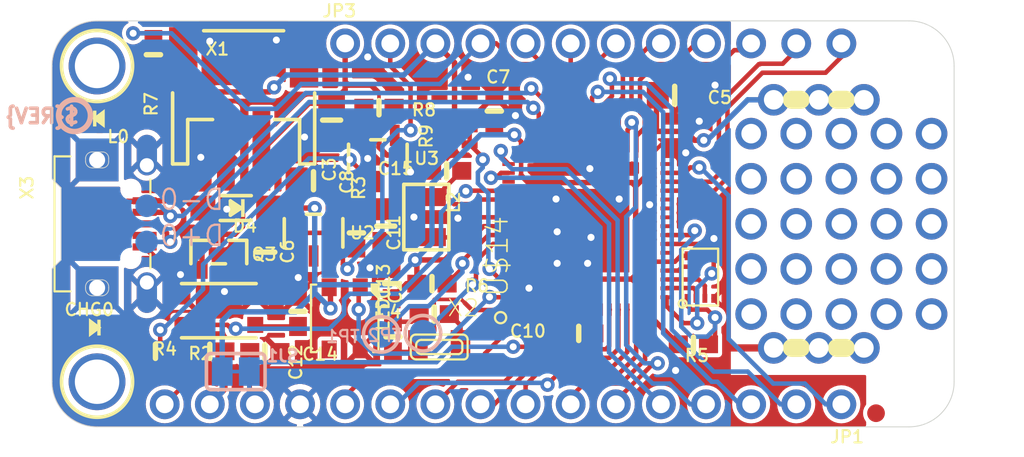
<source format=kicad_pcb>
(kicad_pcb (version 20221018) (generator pcbnew)
  (layers (0 "F.Cu" signal) (31 "B.Cu" signal) (34 "B.Paste" user) (35 "F.Paste" user) (36 "B.SilkS" user "B.Silkscreen") (37 "F.SilkS" user "F.Silkscreen") (38 "B.Mask" user) (39 "F.Mask" user) (44 "Edge.Cuts" user))
  (net 0 "")
  (net 1 "GND")
  (net 2 "MOSI")
  (net 3 "MISO")
  (net 4 "SCK")
  (net 5 "A5")
  (net 6 "A4")
  (net 7 "A3")
  (net 8 "A2")
  (net 9 "A1")
  (net 10 "D11")
  (net 11 "D12")
  (net 12 "+3V3")
  (net 13 "VBUS")
  (net 14 "VBAT")
  (net 15 "N$2")
  (net 16 "AREF")
  (net 17 "D13")
  (net 18 "A0")
  (net 19 "N$1")
  (net 20 "N$3")
  (net 21 "N$4")
  (net 22 "SCL")
  (net 23 "SDA")
  (net 24 "D9")
  (net 25 "D8_NEOPIX")
  (net 26 "D6")
  (net 27 "D5")
  (net 28 "D10")
  (net 29 "D+")
  (net 30 "D-")
  (net 31 "~{RESET}")
  (net 32 "SWCLK")
  (net 33 "SWDIO")
  (net 34 "N$5")
  (net 35 "N$7")
  (net 36 "EN")
  (net 37 "VHI")
  (net 38 "QSPI_DATA[0]")
  (net 39 "QSPI_DATA[1]")
  (net 40 "QSPI_SCK")
  (net 41 "QSPI_CS")
  (net 42 "RX_D0")
  (net 43 "TX_D1")
  (net 44 "N$21")
  (net 45 "V_DIV")
  (net 46 "QSPI_DATA[3]")
  (net 47 "QSPI_DATA[2]")
  (net 48 "N$6")
  (net 49 "N$8")
  (net 50 "N$9")
  (net 51 "N$10")
  (net 52 "N$16")
  (net 53 "N$17")
  (net 54 "N$18")
  (net 55 "N$19")
  (net 56 "N$20")
  (net 57 "N$22")
  (net 58 "N$23")
  (net 59 "N$24")
  (net 60 "N$25")
  (net 61 "N$26")
  (net 62 "N$27")
  (net 63 "N$28")
  (net 64 "N$29")
  (net 65 "N$30")
  (net 66 "N$31")
  (net 67 "VDDCORE1")
  (net 68 "N$11")
  (net 69 "D4")
  (net 70 "N$12")
  (net 71 "N$13")
  (net 72 "N$14")
  (net 73 "N$15")
  (net 74 "N$32")
  (footprint "working:1X12_ROUND" (layer "F.Cu") (at 153.5811 94.8436)
    (fp_text reference "JP3")
    (fp_text value "")
  )
  (footprint "working:0805-NO" (layer "F.Cu") (at 141.8971 105.1306 -90)
    (fp_text reference "C13")
    (fp_text value "10uF")
  )
  (footprint "working:0603-NO" (layer "F.Cu") (at 136.9568 109.9312 -90)
    (fp_text reference "C12")
    (fp_text value "1uF")
  )
  (footprint "working:0603-NO" (layer "F.Cu") (at 142.3035 111.3663 90)
    (fp_text reference "C2")
    (fp_text value "22pF")
  )
  (footprint "working:RESPACK_4X0603_NO" (layer "F.Cu") (at 145.7706 99.2251 90)
    (fp_text reference "R9")
    (fp_text value "100K")
  )
  (footprint "working:CHIPLED_0805_NOOUTLINE" (layer "F.Cu") (at 125.5141 110.8456 -90)
    (fp_text reference "CHG0")
    (fp_text value "ORANGE")
  )
  (footprint "working:JSTPH2" (layer "F.Cu") (at 133.8961 97.1296)
    (fp_text reference "X1")
    (fp_text value "JSTPH")
  )
  (footprint "working:0603-NO" (layer "F.Cu") (at 145.3261 102.0191 180)
    (fp_text reference "C15")
    (fp_text value "1uF")
  )
  (footprint "working:0603-NO" (layer "F.Cu") (at 144.6276 110.0836 180)
    (fp_text reference "C4")
    (fp_text value "22pF")
  )
  (footprint "working:XTAL3215" (layer "F.Cu") (at 144.907 111.9378 180)
    (fp_text reference "X2")
    (fp_text value "32.768")
  )
  (footprint "working:0603-NO" (layer "F.Cu") (at 141.5161 98.4631)
    (fp_text reference "R8")
    (fp_text value "10K\\")
  )
  (footprint "working:0603-NO" (layer "F.Cu") (at 144.5006 108.3691)
    (fp_text reference "R6")
    (fp_text value "10K")
  )
  (footprint "working:0603-NO" (layer "F.Cu") (at 142.2273 108.3691 90)
    (fp_text reference "C11")
    (fp_text value "1uF")
  )
  (footprint "working:0805-NO" (layer "F.Cu") (at 158.1658 97.7646)
    (fp_text reference "C5")
    (fp_text value "10uF")
  )
  (footprint "" (layer "F.Cu") (at 171.3611 96.1136)
    (fp_text reference "@HOLE0" hide)
    (fp_text value "")
  )
  (footprint "working:0603-NO" (layer "F.Cu") (at 152.763306 111.170804 180)
    (fp_text reference "C10")
    (fp_text value "1uF")
  )
  (footprint "working:0603-NO" (layer "F.Cu") (at 128.9304 112.1791)
    (fp_text reference "R2")
    (fp_text value "1K")
  )
  (footprint "working:0603-NO" (layer "F.Cu") (at 135.0899 112.216007)
    (fp_text reference "C14")
    (fp_text value "1uF")
  )
  (footprint "working:SOT23-R" (layer "F.Cu") (at 132.4991 106.5911)
    (fp_text reference "Q3")
    (fp_text value "DMG341")
  )
  (footprint "working:0603-NO" (layer "F.Cu") (at 140.2461 105.5116 90)
    (fp_text reference "R3")
    (fp_text value "10K")
  )
  (footprint "working:0603-NO" (layer "F.Cu") (at 148.0101 98.6534 90)
    (fp_text reference "C7")
    (fp_text value "1uF")
  )
  (footprint "working:0805-NO" (layer "F.Cu") (at 137.8296 102.5756)
    (fp_text reference "C8")
    (fp_text value "10µF")
  )
  (footprint "working:MOUNTINGHOLE_2.5_PLATED" (layer "F.Cu") (at 125.6411 113.8936 -90)
    (fp_text reference "U$32" hide)
    (fp_text value "MOUNTINGHOLE2.5" hide)
  )
  (footprint "working:0603-NO" (layer "F.Cu") (at 159.2199 111.7854 180)
    (fp_text reference "R5")
    (fp_text value "10K")
  )
  (footprint "working:0603-NO" (layer "F.Cu") (at 128.8161 95.4786 -90)
    (fp_text reference "R7")
    (fp_text value "2.2K")
  )
  (footprint "working:SOT23-5" (layer "F.Cu") (at 141.4526 101.3206)
    (fp_text reference "U3")
    (fp_text value "MCP73831T-2ACI/OT")
  )
  (footprint "working:FIDUCIAL_1MM" (layer "F.Cu") (at 133.8961 95.9866 -90)
    (fp_text reference "U$34" hide)
    (fp_text value "FIDUCIAL_1MM" hide)
  )
  (footprint "working:FIDUCIAL_1MM" (layer "F.Cu") (at 169.5033 115.6646 -90)
    (fp_text reference "U$35" hide)
    (fp_text value "FIDUCIAL_1MM" hide)
  )
  (footprint "working:0805-NO" (layer "F.Cu") (at 138.8491 99.1616 -90)
    (fp_text reference "C3")
    (fp_text value "10µF")
  )
  (footprint "working:USON8" (layer "F.Cu") (at 159.6136 108.0008 90)
    (fp_text reference "U1" hide)
    (fp_text value "2MB Flash" hide)
  )
  (footprint "working:BTN_KMR2_4.6X2.8" (layer "F.Cu") (at 132.4991 109.8931 180)
    (fp_text reference "SW1" hide)
    (fp_text value "KMR2" hide)
  )
  (footprint "working:1X16_ROUND" (layer "F.Cu") (at 148.5011 115.1636 180)
    (fp_text reference "JP1")
    (fp_text value "")
  )
  (footprint "working:INDUCTOR_1007" (layer "F.Cu") (at 144.1831 104.6226 -90)
    (fp_text reference "L2")
    (fp_text value "10uH")
  )
  (footprint "working:0603-NO" (layer "F.Cu") (at 131.9911 112.1791 180)
    (fp_text reference "R4")
    (fp_text value "10K")
  )
  (footprint "working:SOT23-5" (layer "F.Cu") (at 137.8331 105.5116)
    (fp_text reference "U2")
    (fp_text value "AP2112-3.3")
  )
  (footprint "working:MOUNTINGHOLE_2.5_PLATED" (layer "F.Cu") (at 125.6411 96.1136 -90)
    (fp_text reference "U$31" hide)
    (fp_text value "MOUNTINGHOLE2.5" hide)
  )
  (footprint "working:CHIPLED_0805_NOOUTLINE" (layer "F.Cu") (at 125.7461 99.0746 90)
    (fp_text reference "L0")
    (fp_text value "RED")
  )
  (footprint "working:SOD-123" (layer "F.Cu") (at 133.4516 104.1146 180)
    (fp_text reference "D4")
    (fp_text value "MBR120")
  )
  (footprint "working:FEATHERM4_TOP" (layer "F.Cu") (at 123.1011 116.4336)
    (fp_text reference "U$6" hide)
    (fp_text value "" hide)
  )
  (footprint "working:4UCONN_20329_V2" (layer "F.Cu") (at 127.5461 105.0036 -90)
    (fp_text reference "X3")
    (fp_text value "microUSB")
    (fp_line (start -4.05 2.15) (end -4.05 1.6) (stroke (width 0.05)) (layer "Edge.Cuts"))
    (fp_line (start -3.7 1.25) (end -3.5 1.25) (stroke (width 0.05)) (layer "Edge.Cuts"))
    (fp_line (start -3.5 2.55) (end -3.7 2.55) (stroke (width 0.05)) (layer "Edge.Cuts"))
    (fp_line (start -3.15 1.6) (end -3.15 2.15) (stroke (width 0.05)) (layer "Edge.Cuts"))
    (fp_line (start 3.15 2.2) (end 3.15 1.6) (stroke (width 0.05)) (layer "Edge.Cuts"))
    (fp_line (start 4.05 1.6) (end 4.05 2.2) (stroke (width 0.05)) (layer "Edge.Cuts"))
    (fp_arc (start -4.05 1.6) (mid -3.947487 1.352513) (end -3.7 1.25) (stroke (width 0.05)) (layer "Edge.Cuts"))
    (fp_arc (start -3.7 2.55) (mid -3.957843 2.422487) (end -4.05 2.15) (stroke (width 0.05)) (layer "Edge.Cuts"))
    (fp_arc (start -3.5 1.25) (mid -3.252513 1.352513) (end -3.15 1.6) (stroke (width 0.05)) (layer "Edge.Cuts"))
    (fp_arc (start -3.15 2.15) (mid -3.242157 2.422487) (end -3.5 2.55) (stroke (width 0.05)) (layer "Edge.Cuts"))
    (fp_arc (start 3.15 1.6) (mid 3.302513 1.331802) (end 3.6 1.25) (stroke (width 0.05)) (layer "Edge.Cuts"))
    (fp_arc (start 3.6 1.25) (mid 3.897487 1.331802) (end 4.05 1.6) (stroke (width 0.05)) (layer "Edge.Cuts"))
    (fp_arc (start 3.6 2.55) (mid 3.302513 2.468198) (end 3.15 2.2) (stroke (width 0.05)) (layer "Edge.Cuts"))
    (fp_arc (start 4.05 2.2) (mid 3.897487 2.468198) (end 3.6 2.55) (stroke (width 0.05)) (layer "Edge.Cuts"))
  )
  (footprint "working:LED3535" (layer "F.Cu") (at 139.5857 110.3249 -90)
    (fp_text reference "LED1")
    (fp_text value "WS2812B3535")
  )
  (footprint "" (layer "F.Cu") (at 171.3611 113.8936)
    (fp_text reference "@HOLE1" hide)
    (fp_text value "")
  )
  (footprint "working:0805-NO" (layer "F.Cu") (at 135.1426 106.5961 -90)
    (fp_text reference "C6")
    (fp_text value "10µF")
  )
  (footprint "working:PQFN64-1" (layer "F.Cu") (at 153.2636 105.3846 90)
    (fp_text reference "U$14")
    (fp_text value "ATSAMD51J")
  )
  (footprint "working:B1,27" (layer "B.Cu") (at 128.4351 103.9876 180)
    (fp_text reference "D-0")
    (fp_text value "TPB1,27")
  )
  (footprint "working:TESTPOINT_ROUND_1.5MM" (layer "B.Cu") (at 143.9926 111.1631 180)
    (fp_text reference "TP2")
    (fp_text value "")
  )
  (footprint "working:TESTPOINT_ROUND_1.5MM" (layer "B.Cu") (at 141.6431 111.2266 180)
    (fp_text reference "TP1")
    (fp_text value "")
  )
  (footprint "working:B1,27" (layer "B.Cu") (at 128.4351 106.0196 180)
    (fp_text reference "D+0")
    (fp_text value "TPB1,27")
  )
  (footprint "working:PCBFEAT-REV-040" (layer "B.Cu") (at 124.3711 98.9076 180)
    (fp_text reference "U$13" hide)
    (fp_text value "" hide)
  )
  (footprint "working:SOLDERJUMPER_CLOSEDWIRE" (layer "B.Cu") (at 133.4516 113.3221 180)
    (fp_text reference "SJ1")
    (fp_text value "")
  )
  (footprint "working:FEATHERM4_BOT" (layer "B.Cu") (at 173.9011 116.4336 180)
    (fp_text reference "U$5" hide)
    (fp_text value "" hide)
  )
  (gr_line (start 167.2971 98.0186) (end 167.8051 98.0186) (stroke (width 1.016)) (layer "F.SilkS"))
  (gr_line (start 164.7571 98.0186) (end 165.2651 98.0186) (stroke (width 1.016)) (layer "F.SilkS"))
  (gr_line (start 164.7571 111.9886) (end 165.2651 111.9886) (stroke (width 1.016)) (layer "F.SilkS"))
  (gr_line (start 167.2971 111.9886) (end 167.8051 111.9886) (stroke (width 1.016)) (layer "F.SilkS"))
  (gr_line (start 171.3611 93.5736) (end 125.6411 93.5736) (stroke (width 0.05)) (layer "Edge.Cuts"))
  (gr_line (start 123.6091 102.9716) (end 123.6091 107.0356) (stroke (width 0.05)) (layer "Edge.Cuts"))
  (gr_arc (start 173.9011 113.8936) (mid 173.157151 115.689651) (end 171.3611 116.4336) (stroke (width 0.05)) (layer "Edge.Cuts"))
  (gr_line (start 123.6091 107.0356) (end 123.1011 107.5436) (stroke (width 0.05)) (layer "Edge.Cuts"))
  (gr_line (start 125.6411 116.4336) (end 171.3611 116.4336) (stroke (width 0.05)) (layer "Edge.Cuts"))
  (gr_line (start 123.1011 107.5436) (end 123.1011 113.8936) (stroke (width 0.05)) (layer "Edge.Cuts"))
  (gr_line (start 123.1011 102.4636) (end 123.6091 102.9716) (stroke (width 0.05)) (layer "Edge.Cuts"))
  (gr_arc (start 171.3611 93.5736) (mid 173.157151 94.317549) (end 173.9011 96.1136) (stroke (width 0.05)) (layer "Edge.Cuts"))
  (gr_arc (start 125.6411 116.4336) (mid 123.845049 115.689651) (end 123.1011 113.8936) (stroke (width 0.05)) (layer "Edge.Cuts"))
  (gr_line (start 173.9011 113.8936) (end 173.9011 96.1136) (stroke (width 0.05)) (layer "Edge.Cuts"))
  (gr_arc (start 123.1011 96.1136) (mid 123.845049 94.317549) (end 125.6411 93.5736) (stroke (width 0.05)) (layer "Edge.Cuts"))
  (gr_line (start 123.1011 96.1136) (end 123.1011 102.4636) (stroke (width 0.05)) (layer "Edge.Cuts"))
  (segment (start 142.4169 110.5163) (end 142.6591 110.2741) (width 0.254) (layer "F.Cu") (net 1))
  (segment (start 157.0136 102.124482) (end 157.0216 102.132482) (width 0.254) (layer "F.Cu") (net 1))
  (segment (start 150.0136 100.9346) (end 150.0136 99.7851) (width 0.254) (layer "F.Cu") (net 1))
  (segment (start 146.6206 98.8251) (end 146.9884 98.8251) (width 0.3048) (layer "F.Cu") (net 1))
  (segment (start 161.1376 111.9886) (end 161.0741 111.9251) (width 0.4064) (layer "F.Cu") (net 1))
  (segment (start 157.0216 102.132482) (end 157.0216 102.4001) (width 0.254) (layer "F.Cu") (net 1))
  (segment (start 152.5136 109.8346) (end 152.5136 110.57051) (width 0.254) (layer "F.Cu") (net 1))
  (segment (start 141.8971 107.1889) (end 142.2273 107.5191) (width 0.254) (layer "F.Cu") (net 1))
  (segment (start 142.3035 110.5163) (end 143.3449 110.5163) (width 0.254) (layer "F.Cu") (net 1))
  (segment (start 157.0136 100.9346) (end 157.0136 102.124482) (width 0.254) (layer "F.Cu") (net 1))
  (segment (start 152.5136 110.57051) (end 151.913306 111.170804) (width 0.254) (layer "F.Cu") (net 1))
  (segment (start 138.7796 102.5756) (end 138.7796 102.8386) (width 0.254) (layer "F.Cu") (net 1))
  (segment (start 146.9884 98.8251) (end 148.0101 97.8034) (width 0.3048) (layer "F.Cu") (net 1))
  (segment (start 163.7411 111.9886) (end 161.1376 111.9886) (width 0.4064) (layer "F.Cu") (net 1))
  (segment (start 142.3035 110.5163) (end 142.4169 110.5163) (width 0.254) (layer "F.Cu") (net 1))
  (segment (start 142.3035 110.5163) (end 141.9724 110.5163) (width 0.254) (layer "F.Cu") (net 1))
  (segment (start 141.8971 106.0806) (end 141.8971 107.1889) (width 0.254) (layer "F.Cu") (net 1))
  (segment (start 143.3449 110.5163) (end 143.7776 110.0836) (width 0.254) (layer "F.Cu") (net 1))
  (via (at 140.8811 95.6056) (size 0.8001) (drill 0.3937) (layers "F.Cu" "B.Cu") (net 1))
  (via (at 130.3401 107.8611) (size 0.8001) (drill 0.3937) (layers "F.Cu" "B.Cu") (net 1))
  (via (at 163.7411 111.9886) (size 1.778) (drill 1.1) (layers "F.Cu" "B.Cu") (net 1))
  (via (at 156.7561 103.9241) (size 0.8064) (drill 0.4) (layers "F.Cu" "B.Cu") (net 1))
  (via (at 146.5326 96.7486) (size 0.8001) (drill 0.3937) (layers "F.Cu" "B.Cu") (net 1))
  (via (at 168.8211 111.9886) (size 1.778) (drill 1.1) (layers "F.Cu" "B.Cu") (net 1))
  (via (at 143.4846 104.6226) (size 0.8064) (drill 0.4) (layers "F.Cu" "B.Cu") (net 1))
  (via (at 158.7881 101.0031) (size 0.8064) (drill 0.4) (layers "F.Cu" "B.Cu") (net 1))
  (via (at 149.9616 108.6231) (size 0.8064) (drill 0.4) (layers "F.Cu" "B.Cu") (net 1))
  (via (at 132.8166 108.8136) (size 0.8001) (drill 0.3937) (layers "F.Cu" "B.Cu") (net 1))
  (via (at 153.4541 105.7656) (size 0.8064) (drill 0.4) (layers "F.Cu" "B.Cu") (net 1))
  (via (at 155.0416 103.6066) (size 0.8064) (drill 0.4) (layers "F.Cu" "B.Cu") (net 1))
  (via (at 135.7376 94.6531) (size 0.8001) (drill 0.3937) (layers "F.Cu" "B.Cu") (net 1))
  (via (at 145.9611 104.6861) (size 0.8064) (drill 0.4) (layers "F.Cu" "B.Cu") (net 1))
  (via (at 140.8811 101.3206) (size 0.8001) (drill 0.3937) (layers "F.Cu" "B.Cu") (net 1))
  (via (at 153.3906 101.8921) (size 0.8064) (drill 0.4) (layers "F.Cu" "B.Cu") (net 1))
  (via (at 132.9436 104.1781) (size 0.8001) (drill 0.3937) (layers "F.Cu" "B.Cu") (net 1))
  (via (at 151.5491 105.4481) (size 0.8064) (drill 0.4) (layers "F.Cu" "B.Cu") (net 1))
  (via (at 143.2941 102.0826) (size 0.8001) (drill 0.3937) (layers "F.Cu" "B.Cu") (net 1))
  (via (at 166.2811 111.9886) (size 1.778) (drill 1.1) (layers "F.Cu" "B.Cu") (net 1))
  (via (at 131.9911 94.7166) (size 0.8001) (drill 0.3937) (layers "F.Cu" "B.Cu") (net 1))
  (via (at 141.0081 107.4801) (size 0.8001) (drill 0.3937) (layers "F.Cu" "B.Cu") (net 1))
  (via (at 137.3251 100.1141) (size 0.8001) (drill 0.3937) (layers "F.Cu" "B.Cu") (net 1))
  (via (at 153.2636 107.2261) (size 0.8064) (drill 0.4) (layers "F.Cu" "B.Cu") (net 1))
  (via (at 159.5501 99.2251) (size 0.8064) (drill 0.4) (layers "F.Cu" "B.Cu") (net 1))
  (via (at 131.4831 101.2571) (size 0.8001) (drill 0.3937) (layers "F.Cu" "B.Cu") (net 1))
  (via (at 160.4391 97.1931) (size 0.8064) (drill 0.4) (layers "F.Cu" "B.Cu") (net 1))
  (via (at 158.2166 113.2586) (size 0.8064) (drill 0.4) (layers "F.Cu" "B.Cu") (net 1))
  (via (at 136.9695 108.0262) (size 0.8001) (drill 0.3937) (layers "F.Cu" "B.Cu") (net 1))
  (via (at 160.3756 105.8291) (size 0.8064) (drill 0.4) (layers "F.Cu" "B.Cu") (net 1))
  (via (at 151.5491 107.2261) (size 0.8064) (drill 0.4) (layers "F.Cu" "B.Cu") (net 1))
  (via (at 151.4856 103.6066) (size 0.8064) (drill 0.4) (layers "F.Cu" "B.Cu") (net 1))
  (via (at 149.1996 98.9076) (size 0.8064) (drill 0.4) (layers "F.Cu" "B.Cu") (net 1))
  (segment (start 166.2811 111.9886) (end 163.7411 111.9886) (width 0.4064) (layer "B.Cu") (net 1))
  (segment (start 168.8211 111.9886) (end 166.2811 111.9886) (width 0.4064) (layer "B.Cu") (net 1))
  (segment (start 148.111709 102.409516) (end 148.386625 102.1346) (width 0.254) (layer "F.Cu") (net 2))
  (segment (start 147.819521 102.409516) (end 148.111709 102.409516) (width 0.254) (layer "F.Cu") (net 2))
  (segment (start 148.386625 102.1346) (end 148.8136 102.1346) (width 0.254) (layer "F.Cu") (net 2))
  (via (at 147.819521 102.409516) (size 0.8064) (drill 0.4) (layers "F.Cu" "B.Cu") (net 2))
  (segment (start 147.819521 102.409516) (end 151.876015 102.409516) (width 0.254) (layer "B.Cu") (net 2))
  (segment (start 154.4701 105.0036) (end 154.4701 112.2426) (width 0.254) (layer "B.Cu") (net 2))
  (segment (start 154.4701 112.2426) (end 157.3911 115.1636) (width 0.254) (layer "B.Cu") (net 2))
  (segment (start 151.876015 102.409516) (end 154.4701 105.0036) (width 0.254) (layer "B.Cu") (net 2))
  (segment (start 148.3741 101.1951) (end 148.3741 100.9013) (width 0.254) (layer "F.Cu") (net 3))
  (segment (start 148.8136 101.6346) (end 148.3741 101.1951) (width 0.254) (layer "F.Cu") (net 3))
  (via (at 148.3741 100.9013) (size 0.8064) (drill 0.4) (layers "F.Cu" "B.Cu") (net 3))
  (segment (start 156.922568 113.9952) (end 157.875068 113.9952) (width 0.254) (layer "B.Cu") (net 3))
  (segment (start 154.952709 104.803697) (end 154.952709 112.025341) (width 0.254) (layer "B.Cu") (net 3))
  (segment (start 152.075918 101.926907) (end 149.018706 101.926907) (width 0.254) (layer "B.Cu") (net 3))
  (segment (start 154.952709 112.025341) (end 156.922568 113.9952) (width 0.254) (layer "B.Cu") (net 3))
  (segment (start 157.875068 113.9952) (end 159.043468 115.1636) (width 0.254) (layer "B.Cu") (net 3))
  (segment (start 148.3741 101.2823) (end 148.3741 100.9013) (width 0.254) (layer "B.Cu") (net 3))
  (segment (start 149.018706 101.926907) (end 148.3741 101.2823) (width 0.254) (layer "B.Cu") (net 3))
  (segment (start 159.043468 115.1636) (end 159.9311 115.1636) (width 0.254) (layer "B.Cu") (net 3))
  (segment (start 154.952709 104.803697) (end 152.075918 101.926907) (width 0.254) (layer "B.Cu") (net 3))
  (segment (start 155.747 99.4722) (end 155.747 99.2886) (width 0.254) (layer "F.Cu") (net 4))
  (segment (start 154.8511 114.976982) (end 156.974381 112.8537) (width 0.254) (layer "F.Cu") (net 4))
  (segment (start 155.5136 100.9346) (end 155.5136 99.7056) (width 0.254) (layer "F.Cu") (net 4))
  (segment (start 155.5136 99.7056) (end 155.747 99.4722) (width 0.254) (layer "F.Cu") (net 4))
  (segment (start 156.974381 112.8537) (end 157.2101 112.8537) (width 0.254) (layer "F.Cu") (net 4))
  (segment (start 154.8511 115.1636) (end 154.8511 114.976982) (width 0.254) (layer "F.Cu") (net 4))
  (via (at 155.747 99.2886) (size 0.8064) (drill 0.4) (layers "F.Cu" "B.Cu") (net 4))
  (via (at 157.2101 112.8537) (size 0.8064) (drill 0.4) (layers "F.Cu" "B.Cu") (net 4))
  (segment (start 155.435318 104.603807) (end 155.435318 111.825438) (width 0.254) (layer "B.Cu") (net 4))
  (segment (start 155.435318 111.825438) (end 156.463581 112.8537) (width 0.254) (layer "B.Cu") (net 4))
  (segment (start 155.978106 99.519707) (end 155.747 99.2886) (width 0.254) (layer "B.Cu") (net 4))
  (segment (start 155.972031 104.067094) (end 155.435318 104.603807) (width 0.254) (layer "B.Cu") (net 4))
  (segment (start 155.972031 104.067094) (end 155.978106 104.067094) (width 0.254) (layer "B.Cu") (net 4))
  (segment (start 156.463581 112.8537) (end 157.2101 112.8537) (width 0.254) (layer "B.Cu") (net 4))
  (segment (start 155.978106 104.067094) (end 155.978106 99.519707) (width 0.254) (layer "B.Cu") (net 4))
  (segment (start 156.5136 109.8346) (end 156.4962 109.852) (width 0.254) (layer "F.Cu") (net 5))
  (segment (start 152.3111 114.7569) (end 152.3111 115.1636) (width 0.254) (layer "F.Cu") (net 5))
  (segment (start 153.0731 113.9949) (end 152.3111 114.7569) (width 0.254) (layer "F.Cu") (net 5))
  (segment (start 156.4962 109.852) (end 156.4962 112.649382) (width 0.254) (layer "F.Cu") (net 5))
  (segment (start 156.4962 112.649382) (end 155.150681 113.9949) (width 0.254) (layer "F.Cu") (net 5))
  (segment (start 155.150681 113.9949) (end 153.0731 113.9949) (width 0.254) (layer "F.Cu") (net 5))
  (segment (start 155.5136 109.8346) (end 155.4962 109.852) (width 0.254) (layer "F.Cu") (net 6))
  (segment (start 149.7711 114.0836) (end 149.7711 115.1636) (width 0.254) (layer "F.Cu") (net 6))
  (segment (start 155.4962 109.852) (end 155.4962 111.3536) (width 0.254) (layer "F.Cu") (net 6))
  (segment (start 155.4962 111.3536) (end 155.4962 112.220882) (width 0.254) (layer "F.Cu") (net 6))
  (segment (start 154.687381 113.0297) (end 150.825 113.0297) (width 0.254) (layer "F.Cu") (net 6))
  (segment (start 150.825 113.0297) (end 149.7711 114.0836) (width 0.254) (layer "F.Cu") (net 6))
  (segment (start 155.4962 112.220882) (end 154.687381 113.0297) (width 0.254) (layer "F.Cu") (net 6))
  (segment (start 154.9962 109.852) (end 154.9962 112.038382) (width 0.254) (layer "F.Cu") (net 7))
  (segment (start 150.6251 112.5471) (end 148.0086 115.1636) (width 0.254) (layer "F.Cu") (net 7))
  (segment (start 148.0086 115.1636) (end 147.2311 115.1636) (width 0.254) (layer "F.Cu") (net 7))
  (segment (start 154.9962 112.038382) (end 154.487481 112.5471) (width 0.254) (layer "F.Cu") (net 7))
  (segment (start 154.487481 112.5471) (end 150.6251 112.5471) (width 0.254) (layer "F.Cu") (net 7))
  (segment (start 155.0136 109.8346) (end 154.9962 109.852) (width 0.254) (layer "F.Cu") (net 7))
  (segment (start 150.4252 112.0645) (end 148.5961 113.8936) (width 0.254) (layer "F.Cu") (net 8))
  (segment (start 148.5961 113.8936) (end 145.9611 113.8936) (width 0.254) (layer "F.Cu") (net 8))
  (segment (start 154.481006 109.867194) (end 154.481006 111.871075) (width 0.254) (layer "F.Cu") (net 8))
  (segment (start 154.287581 112.0645) (end 150.4252 112.0645) (width 0.254) (layer "F.Cu") (net 8))
  (segment (start 154.5136 109.8346) (end 154.481006 109.867194) (width 0.254) (layer "F.Cu") (net 8))
  (segment (start 154.481006 111.871075) (end 154.287581 112.0645) (width 0.254) (layer "F.Cu") (net 8))
  (segment (start 145.9611 113.8936) (end 144.6911 115.1636) (width 0.254) (layer "F.Cu") (net 8))
  (segment (start 154.950781 113.5123) (end 151.5329 113.5123) (width 0.254) (layer "F.Cu") (net 9))
  (segment (start 151.5329 113.5123) (end 151.0062 114.039) (width 0.254) (layer "F.Cu") (net 9))
  (segment (start 155.9962 109.852) (end 155.9962 112.466882) (width 0.254) (layer "F.Cu") (net 9))
  (segment (start 155.9962 112.466882) (end 154.950781 113.5123) (width 0.254) (layer "F.Cu") (net 9))
  (segment (start 151.0062 114.039) (end 151.0062 114.060688) (width 0.254) (layer "F.Cu") (net 9))
  (segment (start 156.0136 109.8346) (end 155.9962 109.852) (width 0.254) (layer "F.Cu") (net 9))
  (via (at 151.0062 114.060688) (size 0.8064) (drill 0.4) (layers "F.Cu" "B.Cu") (net 9))
  (segment (start 142.5321 115.1636) (end 143.7386 113.9571) (width 0.254) (layer "B.Cu") (net 9))
  (segment (start 143.7386 113.9571) (end 150.902612 113.9571) (width 0.254) (layer "B.Cu") (net 9))
  (segment (start 150.902612 113.9571) (end 151.0062 114.060688) (width 0.254) (layer "B.Cu") (net 9))
  (segment (start 142.5321 115.1636) (end 142.1511 115.1636) (width 0.254) (layer "B.Cu") (net 9))
  (segment (start 152.3111 96.9076) (end 152.3111 94.8436) (width 0.254) (layer "F.Cu") (net 10))
  (segment (start 152.5136 100.9346) (end 152.5136 97.1101) (width 0.254) (layer "F.Cu") (net 10))
  (segment (start 152.5136 97.1101) (end 152.3111 96.9076) (width 0.254) (layer "F.Cu") (net 10))
  (segment (start 149.7711 95.0501) (end 149.7711 94.8436) (width 0.254) (layer "F.Cu") (net 11))
  (segment (start 152.0136 97.2926) (end 149.7711 95.0501) (width 0.254) (layer "F.Cu") (net 11))
  (segment (start 152.0136 100.9346) (end 152.0136 97.2926) (width 0.254) (layer "F.Cu") (net 11))
  (segment (start 136.8796 104.208) (end 136.8831 104.2115) (width 0.3048) (layer "F.Cu") (net 12))
  (segment (start 157.1371 99.7966) (end 157.1371 97.8433) (width 0.3048) (layer "F.Cu") (net 12))
  (segment (start 149.5192 102.2752) (end 149.5192 101.377307) (width 0.254) (layer "F.Cu") (net 12))
  (segment (start 157.0136 109.8346) (end 157.0136 110.4291) (width 0.254) (layer "F.Cu") (net 12))
  (segment (start 132.8411 112.1791) (end 132.8411 114.3136) (width 0.3048) (layer "F.Cu") (net 12))
  (segment (start 150.7871 108.1151) (end 152.8191 108.1151) (width 0.3048) (layer "F.Cu") (net 12))
  (segment (start 136.973 104.1146) (end 136.8796 104.208) (width 0.3048) (layer "F.Cu") (net 12))
  (segment (start 156.5136 100.9346) (end 156.5136 100.4201) (width 0.254) (layer "F.Cu") (net 12))
  (segment (start 157.0136 110.4291) (end 158.3699 111.7854) (width 0.3048) (layer "F.Cu") (net 12))
  (segment (start 157.1371 97.8433) (end 157.2158 97.7646) (width 0.3048) (layer "F.Cu") (net 12))
  (segment (start 150.5331 107.8611) (end 150.7871 108.1151) (width 0.3048) (layer "F.Cu") (net 12))
  (segment (start 136.8796 102.5756) (end 136.8796 104.208) (width 0.3048) (layer "F.Cu") (net 12))
  (segment (start 149.5136 100.9346) (end 149.5136 101.371707) (width 0.254) (layer "F.Cu") (net 12))
  (segment (start 137.8966 104.1146) (end 136.973 104.1146) (width 0.3048) (layer "F.Cu") (net 12))
  (segment (start 156.5136 100.9346) (end 156.5136 102.342907) (width 0.254) (layer "F.Cu") (net 12))
  (segment (start 143.6506 107.1381) (end 143.5481 107.0356) (width 0.3048) (layer "F.Cu") (net 12))
  (segment (start 157.1371 99.7966) (end 158.7881 99.7966) (width 0.3048) (layer "F.Cu") (net 12))
  (segment (start 145.910837 106.34345) (end 145.218687 107.0356) (width 0.3048) (layer "F.Cu") (net 12))
  (segment (start 149.923 102.679) (end 149.5192 102.2752) (width 0.3048) (layer "F.Cu") (net 12))
  (segment (start 158.1811 107.1346) (end 158.5149 106.8008) (width 0.254) (layer "F.Cu") (net 12))
  (segment (start 148.8136 105.1346) (end 147.4176 105.1346) (width 0.254) (layer "F.Cu") (net 12))
  (segment (start 146.20875 106.34345) (end 145.910837 106.34345) (width 0.3048) (layer "F.Cu") (net 12))
  (segment (start 153.0136 109.8346) (end 153.0136 108.325613) (width 0.254) (layer "F.Cu") (net 12))
  (segment (start 145.218687 107.0356) (end 143.5481 107.0356) (width 0.3048) (layer "F.Cu") (net 12))
  (segment (start 149.5136 100.3646) (end 149.1361 99.9871) (width 0.254) (layer "F.Cu") (net 12))
  (segment (start 132.8411 114.3136) (end 131.9911 115.1636) (width 0.3048) (layer "F.Cu") (net 12))
  (segment (start 155.760893 102.679) (end 149.923 102.679) (width 0.3048) (layer "F.Cu") (net 12))
  (segment (start 155.9692 107.881894) (end 155.735993 108.1151) (width 0.3048) (layer "F.Cu") (net 12))
  (segment (start 152.8191 108.1151) (end 153.021606 108.317607) (width 0.3048) (layer "F.Cu") (net 12))
  (segment (start 156.5136 102.342907) (end 155.9692 102.887307) (width 0.3048) (layer "F.Cu") (net 12))
  (segment (start 138.7856 109.7661) (end 138.7856 108.6498) (width 0.3048) (layer "F.Cu") (net 12))
  (segment (start 158.5149 106.8008) (end 158.8636 106.8008) (width 0.254) (layer "F.Cu") (net 12))
  (segment (start 149.5136 101.371707) (end 149.5192 101.377307) (width 0.254) (layer "F.Cu") (net 12))
  (segment (start 143.6506 108.3691) (end 143.6506 107.1381) (width 0.3048) (layer "F.Cu") (net 12))
  (segment (start 153.0136 110.571097) (end 153.613306 111.170804) (width 0.254) (layer "F.Cu") (net 12))
  (segment (start 159.2897 100.2982) (end 159.8041 100.2982) (width 0.3048) (layer "F.Cu") (net 12))
  (segment (start 157.7136 107.1346) (end 156.2761 107.1346) (width 0.254) (layer "F.Cu") (net 12))
  (segment (start 157.0136 109.392707) (end 155.735993 108.1151) (width 0.254) (layer "F.Cu") (net 12))
  (segment (start 147.4176 105.1346) (end 146.20875 106.34345) (width 0.254) (layer "F.Cu") (net 12))
  (segment (start 157.7136 107.1346) (end 158.1811 107.1346) (width 0.254) (layer "F.Cu") (net 12))
  (segment (start 148.0101 99.5034) (end 148.4938 99.9871) (width 0.254) (layer "F.Cu") (net 12))
  (segment (start 155.9692 107.4415) (end 155.9692 107.881894) (width 0.3048) (layer "F.Cu") (net 12))
  (segment (start 156.5136 100.4201) (end 157.1371 99.7966) (width 0.254) (layer "F.Cu") (net 12))
  (segment (start 149.5136 100.9346) (end 149.5136 100.3646) (width 0.254) (layer "F.Cu") (net 12))
  (segment (start 155.9692 102.887307) (end 155.9692 107.4415) (width 0.3048) (layer "F.Cu") (net 12))
  (segment (start 155.9692 102.887307) (end 155.760893 102.679) (width 0.3048) (layer "F.Cu") (net 12))
  (segment (start 156.2761 107.1346) (end 155.9692 107.4415) (width 0.3048) (layer "F.Cu") (net 12))
  (segment (start 150.5331 106.3371) (end 150.5331 107.8611) (width 0.3048) (layer "F.Cu") (net 12))
  (segment (start 142.2273 109.2191) (end 143.0773 108.3691) (width 0.3048) (layer "F.Cu") (net 12))
  (segment (start 148.8136 105.1346) (end 149.3306 105.1346) (width 0.254) (layer "F.Cu") (net 12))
  (segment (start 143.0773 108.3691) (end 143.6506 108.3691) (width 0.3048) (layer "F.Cu") (net 12))
  (segment (start 157.0136 109.8346) (end 157.0136 109.392707) (width 0.254) (layer "F.Cu") (net 12))
  (segment (start 155.735993 108.1151) (end 152.8191 108.1151) (width 0.3048) (layer "F.Cu") (net 12))
  (segment (start 158.7881 99.7966) (end 159.2897 100.2982) (width 0.3048) (layer "F.Cu") (net 12))
  (segment (start 149.3306 105.1346) (end 150.5331 106.3371) (width 0.3048) (layer "F.Cu") (net 12))
  (segment (start 153.0136 109.8346) (end 153.0136 110.571097) (width 0.254) (layer "F.Cu") (net 12))
  (segment (start 153.0136 108.325613) (end 153.021606 108.317607) (width 0.3048) (layer "F.Cu") (net 12))
  (segment (start 138.7856 108.6498) (end 138.7107 108.5749) (width 0.3048) (layer "F.Cu") (net 12))
  (segment (start 148.4938 99.9871) (end 149.1361 99.9871) (width 0.254) (layer "F.Cu") (net 12))
  (via (at 159.8041 100.2982) (size 0.8064) (drill 0.4) (layers "F.Cu" "B.Cu") (net 12))
  (via (at 168.8211 98.0186) (size 1.778) (drill 1.1) (layers "F.Cu" "B.Cu") (net 12))
  (via (at 163.7411 98.0186) (size 1.778) (drill 1.1) (layers "F.Cu" "B.Cu") (net 12))
  (via (at 166.2811 98.0186) (size 1.778) (drill 1.1) (layers "F.Cu" "B.Cu") (net 12))
  (via (at 149.1361 99.9871) (size 0.8064) (drill 0.4) (layers "F.Cu" "B.Cu") (net 12))
  (via (at 143.5481 107.0356) (size 0.8001) (drill 0.3937) (layers "F.Cu" "B.Cu") (net 12))
  (via (at 137.8966 104.1146) (size 0.8001) (drill 0.3937) (layers "F.Cu" "B.Cu") (net 12))
  (via (at 138.7856 109.7661) (size 0.8001) (drill 0.3937) (layers "F.Cu" "B.Cu") (net 12))
  (segment (start 160.001 100.2982) (end 159.8041 100.2982) (width 0.3048) (layer "B.Cu") (net 12))
  (segment (start 132.6896 114.4651) (end 131.9911 115.1636) (width 0.3048) (layer "B.Cu") (net 12))
  (segment (start 132.6896 113.3221) (end 132.6896 110.4646) (width 0.3048) (layer "B.Cu") (net 12))
  (segment (start 137.8966 104.1146) (end 137.8966 108.4326) (width 0.3048) (layer "B.Cu") (net 12))
  (segment (start 136.8171 109.9566) (end 137.8966 108.8771) (width 0.3048) (layer "B.Cu") (net 12))
  (segment (start 146.2786 100.9396) (end 147.2311 99.9871) (width 0.3048) (layer "B.Cu") (net 12))
  (segment (start 144.5006 102.728444) (end 146.2786 100.950444) (width 0.3048) (layer "B.Cu") (net 12))
  (segment (start 138.7856 109.7661) (end 137.8966 108.8771) (width 0.3048) (layer "B.Cu") (net 12))
  (segment (start 132.6896 113.3221) (end 132.6896 114.4651) (width 0.3048) (layer "B.Cu") (net 12))
  (segment (start 144.5006 106.0831) (end 144.5006 102.728444) (width 0.3048) (layer "B.Cu") (net 12))
  (segment (start 142.1511 108.4326) (end 143.5481 107.0356) (width 0.3048) (layer "B.Cu") (net 12))
  (segment (start 137.8966 108.4326) (end 142.1511 108.4326) (width 0.3048) (layer "B.Cu") (net 12))
  (segment (start 162.2806 98.0186) (end 160.001 100.2982) (width 0.3048) (layer "B.Cu") (net 12))
  (segment (start 133.1976 109.9566) (end 136.8171 109.9566) (width 0.3048) (layer "B.Cu") (net 12))
  (segment (start 137.8966 108.8771) (end 137.8966 108.4326) (width 0.3048) (layer "B.Cu") (net 12))
  (segment (start 166.2811 98.0186) (end 163.7411 98.0186) (width 0.4064) (layer "B.Cu") (net 12))
  (segment (start 168.8211 98.0186) (end 166.2811 98.0186) (width 0.4064) (layer "B.Cu") (net 12))
  (segment (start 147.2311 99.9871) (end 149.1361 99.9871) (width 0.3048) (layer "B.Cu") (net 12))
  (segment (start 138.5951 109.9566) (end 138.7856 109.7661) (width 0.3048) (layer "B.Cu") (net 12))
  (segment (start 163.7411 98.0186) (end 162.2806 98.0186) (width 0.3048) (layer "B.Cu") (net 12))
  (segment (start 146.2786 100.950444) (end 146.2786 100.9396) (width 0.3048) (layer "B.Cu") (net 12))
  (segment (start 132.6896 110.4646) (end 133.1976 109.9566) (width 0.3048) (layer "B.Cu") (net 12))
  (segment (start 143.5481 107.0356) (end 144.5006 106.0831) (width 0.3048) (layer "B.Cu") (net 12))
  (segment (start 143.596581 100.52685) (end 142.88135 100.52685) (width 0.3048) (layer "F.Cu") (net 13))
  (segment (start 143.596581 100.52685) (end 144.08785 100.035582) (width 0.3048) (layer "F.Cu") (net 13))
  (segment (start 131.0936 104.1146) (end 131.6016 104.1146) (width 0.3048) (layer "F.Cu") (net 13))
  (segment (start 135.3566 97.5741) (end 135.6106 97.3201) (width 0.3048) (layer "F.Cu") (net 13))
  (segment (start 144.08785 99.06635) (end 144.3291 98.8251) (width 0.3048) (layer "F.Cu") (net 13))
  (segment (start 144.9206 98.8251) (end 145.6626 98.8251) (width 0.3048) (layer "F.Cu") (net 13))
  (segment (start 131.5491 107.5911) (end 131.5491 104.1671) (width 0.3048) (layer "F.Cu") (net 13))
  (segment (start 142.88135 100.52685) (end 142.4026 100.0481) (width 0.3048) (layer "F.Cu") (net 13))
  (segment (start 124.4641 110.8456) (end 123.9901 110.3716) (width 0.3048) (layer "F.Cu") (net 13))
  (segment (start 144.3291 98.8251) (end 144.9206 98.8251) (width 0.3048) (layer "F.Cu") (net 13))
  (segment (start 127.3556 103.7336) (end 128.2911 103.7336) (width 0.3048) (layer "F.Cu") (net 13))
  (segment (start 142.4026 100.0481) (end 142.4026 100.0205) (width 0.3048) (layer "F.Cu") (net 13))
  (segment (start 131.5491 104.1671) (end 131.6016 104.1146) (width 0.3048) (layer "F.Cu") (net 13))
  (segment (start 128.3211 103.7036) (end 130.4036 103.7036) (width 0.3048) (layer "F.Cu") (net 13))
  (segment (start 123.9901 107.2896) (end 124.4346 106.8451) (width 0.3048) (layer "F.Cu") (net 13))
  (segment (start 130.4671 103.6401) (end 130.4036 103.7036) (width 0.3048) (layer "F.Cu") (net 13))
  (segment (start 132.4356 97.5741) (end 130.4671 99.5426) (width 0.3048) (layer "F.Cu") (net 13))
  (segment (start 145.7706 95.9231) (end 144.6911 94.8436) (width 0.3048) (layer "F.Cu") (net 13))
  (segment (start 145.7706 98.7171) (end 145.7706 95.9231) (width 0.3048) (layer "F.Cu") (net 13))
  (segment (start 127.1016 103.9876) (end 127.3556 103.7336) (width 0.3048) (layer "F.Cu") (net 13))
  (segment (start 126.5301 106.8451) (end 127.1016 106.2736) (width 0.3048) (layer "F.Cu") (net 13))
  (segment (start 145.6626 98.8251) (end 145.7706 98.7171) (width 0.3048) (layer "F.Cu") (net 13))
  (segment (start 130.4671 99.5426) (end 130.4671 103.6401) (width 0.3048) (layer "F.Cu") (net 13))
  (segment (start 124.4641 110.8456) (end 124.4641 110.7481) (width 0.3048) (layer "F.Cu") (net 13))
  (segment (start 128.2911 103.7336) (end 128.3211 103.7036) (width 0.3048) (layer "F.Cu") (net 13))
  (segment (start 123.9901 110.3716) (end 123.9901 107.2896) (width 0.3048) (layer "F.Cu") (net 13))
  (segment (start 130.4036 103.7036) (end 130.6826 103.7036) (width 0.3048) (layer "F.Cu") (net 13))
  (segment (start 127.1016 106.2736) (end 127.1016 103.9876) (width 0.3048) (layer "F.Cu") (net 13))
  (segment (start 124.4346 106.8451) (end 126.5301 106.8451) (width 0.3048) (layer "F.Cu") (net 13))
  (segment (start 130.6826 103.7036) (end 131.0936 104.1146) (width 0.3048) (layer "F.Cu") (net 13))
  (segment (start 132.4356 97.5741) (end 135.3566 97.5741) (width 0.3048) (layer "F.Cu") (net 13))
  (segment (start 144.08785 100.035582) (end 144.08785 99.06635) (width 0.3048) (layer "F.Cu") (net 13))
  (via (at 135.6106 97.3201) (size 0.8001) (drill 0.3937) (layers "F.Cu" "B.Cu") (net 13))
  (segment (start 142.9131 96.6216) (end 144.6911 94.8436) (width 0.3048) (layer "B.Cu") (net 13))
  (segment (start 136.3091 96.6216) (end 142.9131 96.6216) (width 0.3048) (layer "B.Cu") (net 13))
  (segment (start 135.6106 97.3201) (end 136.3091 96.6216) (width 0.3048) (layer "B.Cu") (net 13))
  (segment (start 141.5161 100.6856) (end 141.9606 101.1301) (width 0.3048) (layer "F.Cu") (net 14))
  (segment (start 133.8326 103.2256) (end 133.8326 105.1466) (width 0.3048) (layer "F.Cu") (net 14))
  (segment (start 133.3881 105.5911) (end 132.4991 105.5911) (width 0.3048) (layer "F.Cu") (net 14))
  (segment (start 144.9206 100.5251) (end 145.1691 100.5251) (width 0.3048) (layer "F.Cu") (net 14))
  (segment (start 143.8656 101.1301) (end 144.4706 100.5251) (width 0.3048) (layer "F.Cu") (net 14))
  (segment (start 141.5161 99.2251) (end 141.5161 100.6856) (width 0.3048) (layer "F.Cu") (net 14))
  (segment (start 134.9121 100.8761) (end 134.8961 100.8761) (width 0.3048) (layer "F.Cu") (net 14))
  (segment (start 134.8961 100.8761) (end 134.8961 100.8296) (width 0.3048) (layer "F.Cu") (net 14))
  (segment (start 142.4686 101.1301) (end 143.8656 101.1301) (width 0.3048) (layer "F.Cu") (net 14))
  (segment (start 142.4026 102.6207) (end 142.4686 102.5547) (width 0.3048) (layer "F.Cu") (net 14))
  (segment (start 138.8491 98.2116) (end 139.6111 97.4496) (width 0.3048) (layer "F.Cu") (net 14))
  (segment (start 141.5161 97.6376) (end 141.0716 97.1931) (width 0.3048) (layer "F.Cu") (net 14))
  (segment (start 142.4686 102.5547) (end 142.4686 101.1301) (width 0.3048) (layer "F.Cu") (net 14))
  (segment (start 141.5161 97.6376) (end 141.5161 99.2251) (width 0.2032) (layer "F.Cu") (net 14))
  (segment (start 139.6111 94.8436) (end 139.6111 97.0026) (width 0.3048) (layer "F.Cu") (net 14))
  (segment (start 133.8326 103.2256) (end 134.8961 102.1621) (width 0.3048) (layer "F.Cu") (net 14))
  (segment (start 137.5766 98.2116) (end 134.9121 100.8761) (width 0.3048) (layer "F.Cu") (net 14))
  (segment (start 141.9606 101.1301) (end 142.4686 101.1301) (width 0.3048) (layer "F.Cu") (net 14))
  (segment (start 139.6111 97.0026) (end 139.8016 97.1931) (width 0.3048) (layer "F.Cu") (net 14))
  (segment (start 138.8491 98.2116) (end 137.5766 98.2116) (width 0.3048) (layer "F.Cu") (net 14))
  (segment (start 139.6111 97.4496) (end 139.6111 97.0026) (width 0.3048) (layer "F.Cu") (net 14))
  (segment (start 139.8016 97.1931) (end 141.0716 97.1931) (width 0.3048) (layer "F.Cu") (net 14))
  (segment (start 134.8961 102.1621) (end 134.8961 100.8761) (width 0.3048) (layer "F.Cu") (net 14))
  (segment (start 133.8326 105.1466) (end 133.3881 105.5911) (width 0.3048) (layer "F.Cu") (net 14))
  (segment (start 144.4706 100.5251) (end 144.9206 100.5251) (width 0.3048) (layer "F.Cu") (net 14))
  (segment (start 128.8161 97.0546) (end 128.8161 96.3286) (width 0.254) (layer "F.Cu") (net 15))
  (segment (start 126.7961 99.0746) (end 128.8161 97.0546) (width 0.254) (layer "F.Cu") (net 15))
  (segment (start 151.0136 110.7936) (end 149.8821 111.9251) (width 0.254) (layer "F.Cu") (net 16))
  (segment (start 134.2399 114.8724) (end 134.5311 115.1636) (width 0.254) (layer "F.Cu") (net 16))
  (segment (start 134.2399 112.216007) (end 134.2399 114.8724) (width 0.254) (layer "F.Cu") (net 16))
  (segment (start 151.0136 109.8346) (end 151.0136 110.7936) (width 0.254) (layer "F.Cu") (net 16))
  (segment (start 149.8821 111.9251) (end 149.0726 111.9251) (width 0.254) (layer "F.Cu") (net 16))
  (via (at 149.0726 111.9251) (size 0.8001) (drill 0.3937) (layers "F.Cu" "B.Cu") (net 16))
  (segment (start 134.2136 112.6236) (end 134.2136 113.1951) (width 0.254) (layer "B.Cu") (net 16))
  (segment (start 134.2136 113.3221) (end 134.2136 114.8461) (width 0.254) (layer "B.Cu") (net 16))
  (segment (start 134.6193 112.7894) (end 134.2136 113.1951) (width 0.254) (layer "B.Cu") (net 16))
  (segment (start 149.0726 111.9251) (end 145.6181 111.9251) (width 0.254) (layer "B.Cu") (net 16))
  (segment (start 145.6181 111.9251) (end 144.7538 112.7894) (width 0.254) (layer "B.Cu") (net 16))
  (segment (start 144.7538 112.7894) (end 134.6193 112.7894) (width 0.254) (layer "B.Cu") (net 16))
  (segment (start 134.2136 113.1951) (end 134.2136 113.3221) (width 0.254) (layer "B.Cu") (net 16))
  (segment (start 134.2136 114.8461) (end 134.5311 115.1636) (width 0.254) (layer "B.Cu") (net 16))
  (segment (start 149.287131 96.012) (end 148.6027 95.327569) (width 0.254) (layer "F.Cu") (net 17))
  (segment (start 148.6027 95.327569) (end 148.6027 95.3262) (width 0.254) (layer "F.Cu") (net 17))
  (segment (start 151.5136 97.4751) (end 150.0505 96.012) (width 0.254) (layer "F.Cu") (net 17))
  (segment (start 150.0505 96.012) (end 149.287131 96.012) (width 0.254) (layer "F.Cu") (net 17))
  (segment (start 128.4596 94.2721) (end 127.6731 94.2721) (width 0.254) (layer "F.Cu") (net 17))
  (segment (start 151.5136 100.9346) (end 151.5136 97.4751) (width 0.254) (layer "F.Cu") (net 17))
  (segment (start 148.1201 94.8436) (end 147.2311 94.8436) (width 0.254) (layer "F.Cu") (net 17))
  (segment (start 128.8161 94.6286) (end 128.4596 94.2721) (width 0.254) (layer "F.Cu") (net 17))
  (segment (start 148.6027 95.3262) (end 148.1201 94.8436) (width 0.254) (layer "F.Cu") (net 17))
  (via (at 127.6731 94.2721) (size 0.8001) (drill 0.3937) (layers "F.Cu" "B.Cu") (net 17))
  (segment (start 147.2311 94.8436) (end 144.9451 97.1296) (width 0.254) (layer "B.Cu") (net 17))
  (segment (start 135.7376 98.5266) (end 134.0866 98.5266) (width 0.254) (layer "B.Cu") (net 17))
  (segment (start 144.9451 97.1296) (end 143.8656 97.1296) (width 0.254) (layer "B.Cu") (net 17))
  (segment (start 137.1346 97.1296) (end 135.7376 98.5266) (width 0.254) (layer "B.Cu") (net 17))
  (segment (start 134.0866 98.5266) (end 129.8321 94.2721) (width 0.254) (layer "B.Cu") (net 17))
  (segment (start 129.8321 94.2721) (end 127.6731 94.2721) (width 0.254) (layer "B.Cu") (net 17))
  (segment (start 143.8656 97.1296) (end 137.1346 97.1296) (width 0.254) (layer "B.Cu") (net 17))
  (segment (start 139.6111 114.7191) (end 139.6111 115.1636) (width 0.254) (layer "F.Cu") (net 18))
  (segment (start 147.4851 112.6236) (end 147.4851 112.3061) (width 0.254) (layer "F.Cu") (net 18))
  (segment (start 149.9616 111.0996) (end 150.5136 110.5476) (width 0.254) (layer "F.Cu") (net 18))
  (segment (start 140.9446 113.3856) (end 139.6111 114.7191) (width 0.254) (layer "F.Cu") (net 18))
  (segment (start 148.6916 111.0996) (end 149.9616 111.0996) (width 0.254) (layer "F.Cu") (net 18))
  (segment (start 146.7231 113.3856) (end 147.4851 112.6236) (width 0.254) (layer "F.Cu") (net 18))
  (segment (start 150.5136 110.5476) (end 150.5136 109.8346) (width 0.254) (layer "F.Cu") (net 18))
  (segment (start 140.9446 113.3856) (end 146.7231 113.3856) (width 0.254) (layer "F.Cu") (net 18))
  (segment (start 147.4851 112.3061) (end 148.6916 111.0996) (width 0.254) (layer "F.Cu") (net 18))
  (segment (start 126.5641 110.8456) (end 126.9501 110.8456) (width 0.254) (layer "F.Cu") (net 19))
  (segment (start 127.8976 112.1791) (end 128.0804 112.1791) (width 0.254) (layer "F.Cu") (net 19))
  (segment (start 126.5641 110.8456) (end 127.8976 112.1791) (width 0.254) (layer "F.Cu") (net 19))
  (segment (start 129.1971 111.5958) (end 129.1971 110.9726) (width 0.254) (layer "F.Cu") (net 20))
  (segment (start 140.5026 102.6207) (end 140.5026 102.0216) (width 0.254) (layer "F.Cu") (net 20))
  (segment (start 129.1971 110.9726) (end 129.1971 111.0361) (width 0.254) (layer "F.Cu") (net 20))
  (segment (start 140.5026 102.0216) (end 139.8651 101.3841) (width 0.254) (layer "F.Cu") (net 20))
  (segment (start 129.7804 112.1791) (end 129.1971 111.5958) (width 0.254) (layer "F.Cu") (net 20))
  (via (at 129.1971 110.9726) (size 0.8001) (drill 0.3937) (layers "F.Cu" "B.Cu") (net 20))
  (via (at 139.8651 101.3841) (size 0.8001) (drill 0.3937) (layers "F.Cu" "B.Cu") (net 20))
  (segment (start 129.3241 110.9726) (end 129.1971 110.9726) (width 0.254) (layer "B.Cu") (net 20))
  (segment (start 139.8016 101.3206) (end 139.8651 101.3841) (width 0.254) (layer "B.Cu") (net 20))
  (segment (start 131.6101 108.6866) (end 129.3241 110.9726) (width 0.254) (layer "B.Cu") (net 20))
  (segment (start 137.5791 101.3206) (end 131.6101 107.2896) (width 0.254) (layer "B.Cu") (net 20))
  (segment (start 131.6101 107.2896) (end 131.6101 108.6866) (width 0.254) (layer "B.Cu") (net 20))
  (segment (start 139.8016 101.3206) (end 137.5791 101.3206) (width 0.254) (layer "B.Cu") (net 20))
  (segment (start 140.6661 100.0205) (end 140.5026 100.0205) (width 0.254) (layer "F.Cu") (net 21))
  (segment (start 140.6661 98.4631) (end 140.6661 100.0205) (width 0.254) (layer "F.Cu") (net 21))
  (segment (start 162.9062 96.012) (end 162.9697 96.012) (width 0.254) (layer "F.Cu") (net 22))
  (segment (start 157.7136 102.6346) (end 160.2206 102.6346) (width 0.254) (layer "F.Cu") (net 22))
  (segment (start 160.655 98.2632) (end 162.9062 96.012) (width 0.254) (layer "F.Cu") (net 22))
  (segment (start 164.2491 95.9866) (end 165.0111 95.2246) (width 0.254) (layer "F.Cu") (net 22))
  (segment (start 160.655 102.2002) (end 160.655 99.7966) (width 0.254) (layer "F.Cu") (net 22))
  (segment (start 160.655 99.7966) (end 160.655 98.2632) (width 0.254) (layer "F.Cu") (net 22))
  (segment (start 162.9951 95.9866) (end 164.2491 95.9866) (width 0.254) (layer "F.Cu") (net 22))
  (segment (start 165.0111 95.2246) (end 165.0111 94.8436) (width 0.254) (layer "F.Cu") (net 22))
  (segment (start 160.2206 102.6346) (end 160.655 102.2002) (width 0.254) (layer "F.Cu") (net 22))
  (segment (start 162.9697 96.012) (end 162.9951 95.9866) (width 0.254) (layer "F.Cu") (net 22))
  (segment (start 160.4031 103.1346) (end 161.1376 102.4001) (width 0.254) (layer "F.Cu") (net 23))
  (segment (start 167.5511 95.6056) (end 167.5511 94.8436) (width 0.254) (layer "F.Cu") (net 23))
  (segment (start 157.7136 103.1346) (end 160.4031 103.1346) (width 0.254) (layer "F.Cu") (net 23))
  (segment (start 161.1376 102.4001) (end 161.1376 98.4631) (width 0.254) (layer "F.Cu") (net 23))
  (segment (start 163.1061 96.4946) (end 166.6621 96.4946) (width 0.254) (layer "F.Cu") (net 23))
  (segment (start 166.6621 96.4946) (end 167.5511 95.6056) (width 0.254) (layer "F.Cu") (net 23))
  (segment (start 161.1376 98.4631) (end 163.1061 96.4946) (width 0.254) (layer "F.Cu") (net 23))
  (segment (start 156.8831 94.8436) (end 157.3911 94.8436) (width 0.254) (layer "F.Cu") (net 24))
  (segment (start 154.5136 100.9346) (end 154.5136 98.615288) (width 0.254) (layer "F.Cu") (net 24))
  (segment (start 154.5136 98.615288) (end 155.250656 97.878232) (width 0.254) (layer "F.Cu") (net 24))
  (segment (start 155.250656 96.476044) (end 156.8831 94.8436) (width 0.254) (layer "F.Cu") (net 24))
  (segment (start 155.250656 97.878232) (end 155.250656 96.476044) (width 0.254) (layer "F.Cu") (net 24))
  (segment (start 148.8136 109.1346) (end 147.7521 109.1346) (width 0.254) (layer "F.Cu") (net 25))
  (segment (start 140.3731 108.6625) (end 140.3731 109.8296) (width 0.254) (layer "F.Cu") (net 25))
  (segment (start 147.7521 109.1346) (end 147.7391 109.1216) (width 0.254) (layer "F.Cu") (net 25))
  (segment (start 140.4607 108.5749) (end 140.3731 108.6625) (width 0.254) (layer "F.Cu") (net 25))
  (segment (start 140.3731 109.8296) (end 140.4125 109.7902) (width 0.254) (layer "F.Cu") (net 25))
  (via (at 140.3731 109.8296) (size 0.8001) (drill 0.3937) (layers "F.Cu" "B.Cu") (net 25))
  (via (at 147.7391 109.1216) (size 0.8064) (drill 0.4) (layers "F.Cu" "B.Cu") (net 25))
  (segment (start 140.3724 111.483532) (end 140.3724 109.8289) (width 0.254) (layer "B.Cu") (net 25))
  (segment (start 144.5539 112.3068) (end 141.195668 112.3068) (width 0.254) (layer "B.Cu") (net 25))
  (segment (start 141.195668 112.3068) (end 140.3724 111.483532) (width 0.254) (layer "B.Cu") (net 25))
  (segment (start 140.3724 109.8289) (end 140.3731 109.8296) (width 0.254) (layer "B.Cu") (net 25))
  (segment (start 147.7391 109.1216) (end 144.5539 112.3068) (width 0.254) (layer "B.Cu") (net 25))
  (segment (start 155.0136 100.9346) (end 155.0136 98.797788) (width 0.254) (layer "F.Cu") (net 26))
  (segment (start 155.733256 96.6851) (end 156.406356 96.012) (width 0.254) (layer "F.Cu") (net 26))
  (segment (start 156.406356 96.012) (end 158.192568 96.012) (width 0.254) (layer "F.Cu") (net 26))
  (segment (start 155.0136 98.797788) (end 155.733256 98.078132) (width 0.254) (layer "F.Cu") (net 26))
  (segment (start 158.192568 96.012) (end 159.360968 94.8436) (width 0.254) (layer "F.Cu") (net 26))
  (segment (start 155.733256 98.078132) (end 155.733256 96.6851) (width 0.254) (layer "F.Cu") (net 26))
  (segment (start 159.360968 94.8436) (end 159.9311 94.8436) (width 0.254) (layer "F.Cu") (net 26))
  (segment (start 156.215856 96.885) (end 156.606256 96.4946) (width 0.254) (layer "F.Cu") (net 27))
  (segment (start 156.606256 96.4946) (end 158.900468 96.4946) (width 0.254) (layer "F.Cu") (net 27))
  (segment (start 158.900468 96.4946) (end 159.383068 96.012) (width 0.254) (layer "F.Cu") (net 27))
  (segment (start 159.383068 96.012) (end 160.732568 96.012) (width 0.254) (layer "F.Cu") (net 27))
  (segment (start 156.0136 100.059188) (end 156.4804 99.592388) (width 0.254) (layer "F.Cu") (net 27))
  (segment (start 156.4804 99.3738) (end 156.5021 99.3521) (width 0.254) (layer "F.Cu") (net 27))
  (segment (start 160.732568 96.012) (end 161.520668 95.2239) (width 0.254) (layer "F.Cu") (net 27))
  (segment (start 156.5021 99.3521) (end 156.4804 99.3304) (width 0.254) (layer "F.Cu") (net 27))
  (segment (start 156.0136 100.9346) (end 156.0136 100.059188) (width 0.254) (layer "F.Cu") (net 27))
  (segment (start 156.215856 98.720269) (end 156.215856 96.885) (width 0.254) (layer "F.Cu") (net 27))
  (segment (start 156.4804 99.3304) (end 156.4804 98.984813) (width 0.254) (layer "F.Cu") (net 27))
  (segment (start 162.4711 95.2239) (end 162.4711 94.8436) (width 0.254) (layer "F.Cu") (net 27))
  (segment (start 161.520668 95.2239) (end 162.4711 95.2239) (width 0.254) (layer "F.Cu") (net 27))
  (segment (start 156.4804 98.984813) (end 156.215856 98.720269) (width 0.254) (layer "F.Cu") (net 27))
  (segment (start 156.4804 99.592388) (end 156.4804 99.3738) (width 0.254) (layer "F.Cu") (net 27))
  (segment (start 153.0136 100.9346) (end 153.0136 96.6811) (width 0.254) (layer "F.Cu") (net 28))
  (segment (start 153.0136 96.6811) (end 154.8511 94.8436) (width 0.254) (layer "F.Cu") (net 28))
  (segment (start 129.5781 106.0196) (end 129.7686 106.0196) (width 0.254) (layer "F.Cu") (net 29))
  (segment (start 150.5136 100.9346) (end 150.5136 98.782288) (width 0.254) (layer "F.Cu") (net 29))
  (segment (start 129.5781 105.5116) (end 129.5781 106.0196) (width 0.254) (layer "F.Cu") (net 29))
  (segment (start 128.3211 105.0036) (end 129.0701 105.0036) (width 0.254) (layer "F.Cu") (net 29))
  (segment (start 150.5136 98.782288) (end 150.205006 98.473694) (width 0.254) (layer "F.Cu") (net 29))
  (segment (start 129.0701 105.0036) (end 129.5781 105.5116) (width 0.254) (layer "F.Cu") (net 29))
  (via (at 129.7686 106.0196) (size 0.8001) (drill 0.3937) (layers "F.Cu" "B.Cu") (net 29))
  (via (at 150.205006 98.473694) (size 0.8064) (drill 0.4) (layers "F.Cu" "B.Cu") (net 29))
  (segment (start 129.7686 105.9561) (end 129.7686 106.0196) (width 0.254) (layer "B.Cu") (net 29))
  (segment (start 150.205006 98.473694) (end 149.876912 98.1456) (width 0.254) (layer "B.Cu") (net 29))
  (segment (start 137.5791 98.1456) (end 129.7686 105.9561) (width 0.254) (layer "B.Cu") (net 29))
  (segment (start 149.876912 98.1456) (end 137.5791 98.1456) (width 0.254) (layer "B.Cu") (net 29))
  (segment (start 128.4351 106.0196) (end 129.7686 106.0196) (width 0.254) (layer "B.Cu") (net 29))
  (segment (start 129.5631 104.3536) (end 129.7686 104.5591) (width 0.254) (layer "F.Cu") (net 30))
  (segment (start 151.0136 98.2451) (end 150.1521 97.3836) (width 0.254) (layer "F.Cu") (net 30))
  (segment (start 150.1521 97.3836) (end 150.0886 97.3836) (width 0.254) (layer "F.Cu") (net 30))
  (segment (start 151.0136 100.9346) (end 151.0136 98.2451) (width 0.254) (layer "F.Cu") (net 30))
  (segment (start 128.3211 104.3536) (end 129.5631 104.3536) (width 0.3048) (layer "F.Cu") (net 30))
  (via (at 150.0886 97.3836) (size 0.8064) (drill 0.4) (layers "F.Cu" "B.Cu") (net 30))
  (via (at 129.7686 104.5591) (size 0.8001) (drill 0.3937) (layers "F.Cu" "B.Cu") (net 30))
  (segment (start 129.1971 103.9876) (end 129.7686 104.5591) (width 0.254) (layer "B.Cu") (net 30))
  (segment (start 130.4671 104.5591) (end 129.7686 104.5591) (width 0.254) (layer "B.Cu") (net 30))
  (segment (start 137.3886 97.6376) (end 130.4671 104.5591) (width 0.254) (layer "B.Cu") (net 30))
  (segment (start 149.8346 97.6376) (end 137.3886 97.6376) (width 0.254) (layer "B.Cu") (net 30))
  (segment (start 150.0886 97.3836) (end 149.8346 97.6376) (width 0.254) (layer "B.Cu") (net 30))
  (segment (start 128.4351 103.9876) (end 129.1971 103.9876) (width 0.254) (layer "B.Cu") (net 30))
  (segment (start 147.634418 103.1346) (end 146.4331 103.1346) (width 0.254) (layer "F.Cu") (net 31))
  (segment (start 133.1976 110.9091) (end 133.4516 110.9091) (width 0.254) (layer "F.Cu") (net 31))
  (segment (start 131.1656 110.6931) (end 130.4491 110.6931) (width 0.254) (layer "F.Cu") (net 31))
  (segment (start 131.1411 112.1791) (end 131.1411 110.7176) (width 0.254) (layer "F.Cu") (net 31))
  (segment (start 131.1411 113.4736) (end 129.4511 115.1636) (width 0.254) (layer "F.Cu") (net 31))
  (segment (start 136.9568 110.7812) (end 134.6372 110.7812) (width 0.254) (layer "F.Cu") (net 31))
  (segment (start 148.258631 103.1346) (end 148.250312 103.142919) (width 0.254) (layer "F.Cu") (net 31))
  (segment (start 148.8136 103.1346) (end 148.258631 103.1346) (width 0.254) (layer "F.Cu") (net 31))
  (segment (start 134.6372 110.7812) (end 134.5491 110.6931) (width 0.254) (layer "F.Cu") (net 31))
  (segment (start 148.250312 103.142919) (end 147.642737 103.142919) (width 0.254) (layer "F.Cu") (net 31))
  (segment (start 131.1656 110.6931) (end 132.9816 110.6931) (width 0.254) (layer "F.Cu") (net 31))
  (segment (start 132.9816 110.6931) (end 133.1976 110.9091) (width 0.254) (layer "F.Cu") (net 31))
  (segment (start 131.1411 110.7176) (end 131.1656 110.6931) (width 0.254) (layer "F.Cu") (net 31))
  (segment (start 131.1411 112.1791) (end 131.1411 113.4736) (width 0.254) (layer "F.Cu") (net 31))
  (segment (start 134.5491 110.6931) (end 134.3331 110.9091) (width 0.254) (layer "F.Cu") (net 31))
  (segment (start 147.642737 103.142919) (end 147.634418 103.1346) (width 0.254) (layer "F.Cu") (net 31))
  (segment (start 146.4331 103.1346) (end 146.4056 103.1621) (width 0.254) (layer "F.Cu") (net 31))
  (segment (start 134.3331 110.9091) (end 133.4516 110.9091) (width 0.254) (layer "F.Cu") (net 31))
  (via (at 133.4516 110.9091) (size 0.8001) (drill 0.3937) (layers "F.Cu" "B.Cu") (net 31))
  (via (at 146.4056 103.1621) (size 0.8001) (drill 0.3937) (layers "F.Cu" "B.Cu") (net 31))
  (segment (start 145.0086 104.3686) (end 146.2151 103.1621) (width 0.254) (layer "B.Cu") (net 31))
  (segment (start 146.2151 103.1621) (end 146.4056 103.1621) (width 0.254) (layer "B.Cu") (net 31))
  (segment (start 139.5476 109.2581) (end 139.5476 110.0836) (width 0.254) (layer "B.Cu") (net 31))
  (segment (start 139.5476 110.0836) (end 138.7221 110.9091) (width 0.254) (layer "B.Cu") (net 31))
  (segment (start 139.8651 108.9406) (end 142.675831 108.9406) (width 0.254) (layer "B.Cu") (net 31))
  (segment (start 139.8651 108.9406) (end 139.5476 109.2581) (width 0.254) (layer "B.Cu") (net 31))
  (segment (start 145.0086 106.607832) (end 145.0086 104.3686) (width 0.254) (layer "B.Cu") (net 31))
  (segment (start 138.7221 110.9091) (end 133.4516 110.9091) (width 0.254) (layer "B.Cu") (net 31))
  (segment (start 142.675831 108.9406) (end 145.0086 106.607832) (width 0.254) (layer "B.Cu") (net 31))
  (segment (start 148.8136 105.6346) (end 147.6796 105.6346) (width 0.254) (layer "F.Cu") (net 32))
  (segment (start 147.6796 105.6346) (end 146.2151 107.0991) (width 0.254) (layer "F.Cu") (net 32))
  (segment (start 146.2151 107.5046) (end 146.2151 107.2261) (width 0.254) (layer "F.Cu") (net 32))
  (segment (start 145.3506 108.3691) (end 146.2151 107.5046) (width 0.254) (layer "F.Cu") (net 32))
  (segment (start 146.2151 107.0991) (end 146.2151 107.2261) (width 0.254) (layer "F.Cu") (net 32))
  (via (at 146.2151 107.2261) (size 0.8001) (drill 0.3937) (layers "F.Cu" "B.Cu") (net 32))
  (segment (start 143.2306 109.6391) (end 144.3101 109.6391) (width 0.254) (layer "B.Cu") (net 32))
  (segment (start 141.6431 111.2266) (end 143.2306 109.6391) (width 0.254) (layer "B.Cu") (net 32))
  (segment (start 144.3101 109.6391) (end 146.2151 107.7341) (width 0.254) (layer "B.Cu") (net 32))
  (segment (start 146.2151 107.7341) (end 146.2151 107.2261) (width 0.254) (layer "B.Cu") (net 32))
  (segment (start 148.8136 106.1346) (end 147.9416 106.1346) (width 0.254) (layer "F.Cu") (net 33))
  (segment (start 146.9771 108.2421) (end 146.7866 108.4326) (width 0.254) (layer "F.Cu") (net 33))
  (segment (start 147.9416 106.1346) (end 146.9771 107.0991) (width 0.254) (layer "F.Cu") (net 33))
  (segment (start 146.9771 107.0991) (end 146.9771 108.2421) (width 0.254) (layer "F.Cu") (net 33))
  (via (at 146.7866 108.4326) (size 0.8001) (drill 0.3937) (layers "F.Cu" "B.Cu") (net 33))
  (segment (start 146.7866 108.4326) (end 144.0561 111.1631) (width 0.254) (layer "B.Cu") (net 33))
  (segment (start 144.0561 111.1631) (end 143.9926 111.1631) (width 0.254) (layer "B.Cu") (net 33))
  (segment (start 146.3421 109.4486) (end 146.7485 109.855) (width 0.254) (layer "F.Cu") (net 34))
  (segment (start 144.6276 109.2581) (end 146.1516 109.2581) (width 0.2032) (layer "F.Cu") (net 34))
  (segment (start 144.6276 110.8456) (end 144.6276 111.0172) (width 0.254) (layer "F.Cu") (net 34))
  (segment (start 146.7485 109.855) (end 148.042887 109.855) (width 0.254) (layer "F.Cu") (net 34))
  (segment (start 144.6276 111.0172) (end 143.707 111.9378) (width 0.254) (layer "F.Cu") (net 34))
  (segment (start 142.3035 112.2163) (end 143.4285 112.2163) (width 0.254) (layer "F.Cu") (net 34))
  (segment (start 144.6276 109.2581) (end 144.6276 110.8456) (width 0.2032) (layer "F.Cu") (net 34))
  (segment (start 143.4285 112.2163) (end 143.707 111.9378) (width 0.254) (layer "F.Cu") (net 34))
  (segment (start 146.1516 109.2581) (end 146.3421 109.4486) (width 0.2032) (layer "F.Cu") (net 34))
  (segment (start 149.5136 109.8346) (end 148.063287 109.8346) (width 0.254) (layer "F.Cu") (net 34))
  (segment (start 148.042887 109.855) (end 148.063287 109.8346) (width 0.254) (layer "F.Cu") (net 34))
  (segment (start 150.0136 109.8346) (end 150.0136 110.325075) (width 0.254) (layer "F.Cu") (net 35))
  (segment (start 146.107 110.713) (end 146.107 111.9378) (width 0.254) (layer "F.Cu") (net 35))
  (segment (start 146.107 111.475157) (end 146.107 111.9378) (width 0.254) (layer "F.Cu") (net 35))
  (segment (start 149.747075 110.5916) (end 146.990556 110.5916) (width 0.254) (layer "F.Cu") (net 35))
  (segment (start 145.4776 110.0836) (end 146.107 110.713) (width 0.254) (layer "F.Cu") (net 35))
  (segment (start 146.990556 110.5916) (end 146.107 111.475157) (width 0.254) (layer "F.Cu") (net 35))
  (segment (start 150.0136 110.325075) (end 149.747075 110.5916) (width 0.254) (layer "F.Cu") (net 35))
  (segment (start 139.5866 106.3616) (end 140.2461 106.3616) (width 0.254) (layer "F.Cu") (net 36))
  (segment (start 139.1307 106.4641) (end 139.4841 106.4641) (width 0.254) (layer "F.Cu") (net 36))
  (segment (start 143.2941 97.2566) (end 142.1511 96.1136) (width 0.254) (layer "F.Cu") (net 36))
  (segment (start 139.4841 107.2896) (end 139.7381 107.5436) (width 0.254) (layer "F.Cu") (net 36))
  (segment (start 139.4841 106.4641) (end 139.4841 107.2896) (width 0.254) (layer "F.Cu") (net 36))
  (segment (start 143.2941 99.7331) (end 143.2941 97.2566) (width 0.254) (layer "F.Cu") (net 36))
  (segment (start 142.1511 96.1136) (end 142.1511 94.8436) (width 0.254) (layer "F.Cu") (net 36))
  (segment (start 138.7831 106.8117) (end 139.1307 106.4641) (width 0.254) (layer "F.Cu") (net 36))
  (segment (start 139.4841 106.4641) (end 139.5866 106.3616) (width 0.254) (layer "F.Cu") (net 36))
  (via (at 139.7381 107.5436) (size 0.8001) (drill 0.3937) (layers "F.Cu" "B.Cu") (net 36))
  (via (at 143.2941 99.7331) (size 0.8001) (drill 0.3937) (layers "F.Cu" "B.Cu") (net 36))
  (segment (start 139.7381 107.5436) (end 139.7381 107.3531) (width 0.254) (layer "B.Cu") (net 36))
  (segment (start 141.7066 100.6221) (end 142.5956 99.7331) (width 0.254) (layer "B.Cu") (net 36))
  (segment (start 139.7381 107.3531) (end 141.7066 105.3846) (width 0.254) (layer "B.Cu") (net 36))
  (segment (start 141.7066 105.3846) (end 141.7066 100.6221) (width 0.254) (layer "B.Cu") (net 36))
  (segment (start 142.5956 99.7331) (end 143.2941 99.7331) (width 0.254) (layer "B.Cu") (net 36))
  (segment (start 136.8831 106.8117) (end 136.8831 105.9536) (width 0.254) (layer "F.Cu") (net 37))
  (segment (start 137.3251 105.5116) (end 139.1666 105.5116) (width 0.254) (layer "F.Cu") (net 37))
  (segment (start 133.4491 107.5911) (end 133.4491 107.3396) (width 0.254) (layer "F.Cu") (net 37))
  (segment (start 135.4501 105.9536) (end 135.1426 105.6461) (width 0.254) (layer "F.Cu") (net 37))
  (segment (start 140.0166 104.6616) (end 140.2461 104.6616) (width 0.254) (layer "F.Cu") (net 37))
  (segment (start 136.8831 105.9536) (end 137.3251 105.5116) (width 0.254) (layer "F.Cu") (net 37))
  (segment (start 133.4491 107.3396) (end 135.1426 105.6461) (width 0.254) (layer "F.Cu") (net 37))
  (segment (start 136.8831 105.9536) (end 135.4501 105.9536) (width 0.254) (layer "F.Cu") (net 37))
  (segment (start 135.3016 104.1146) (end 135.3016 105.4871) (width 0.254) (layer "F.Cu") (net 37))
  (segment (start 139.1666 105.5116) (end 140.0166 104.6616) (width 0.254) (layer "F.Cu") (net 37))
  (segment (start 135.3016 105.4871) (end 135.1426 105.6461) (width 0.254) (layer "F.Cu") (net 37))
  (segment (start 157.7136 109.1346) (end 157.7136 109.6441) (width 0.254) (layer "F.Cu") (net 38))
  (segment (start 160.3636 107.6826) (end 160.2486 107.7976) (width 0.254) (layer "F.Cu") (net 38))
  (segment (start 160.3636 106.8008) (end 160.3636 107.6826) (width 0.254) (layer "F.Cu") (net 38))
  (segment (start 157.7136 109.6441) (end 158.6611 110.5916) (width 0.254) (layer "F.Cu") (net 38))
  (segment (start 158.6611 110.5916) (end 159.4326 110.5916) (width 0.254) (layer "F.Cu") (net 38))
  (via (at 159.4326 110.5916) (size 0.8064) (drill 0.4) (layers "F.Cu" "B.Cu") (net 38))
  (via (at 160.2486 107.7976) (size 0.8064) (drill 0.4) (layers "F.Cu" "B.Cu") (net 38))
  (segment (start 159.4326 108.6136) (end 159.4326 110.5916) (width 0.254) (layer "B.Cu") (net 38))
  (segment (start 160.2486 107.7976) (end 159.4326 108.6136) (width 0.254) (layer "B.Cu") (net 38))
  (segment (start 157.731 108.6172) (end 157.7136 108.6346) (width 0.254) (layer "F.Cu") (net 39))
  (segment (start 159.3636 109.2008) (end 159.3636 108.7541) (width 0.254) (layer "F.Cu") (net 39))
  (segment (start 159.3636 108.7541) (end 159.2267 108.6172) (width 0.254) (layer "F.Cu") (net 39))
  (segment (start 159.2267 108.6172) (end 157.731 108.6172) (width 0.254) (layer "F.Cu") (net 39))
  (segment (start 159.8462 106.7834) (end 159.8636 106.8008) (width 0.254) (layer "F.Cu") (net 40))
  (segment (start 159.591375 106.1346) (end 159.8462 106.389425) (width 0.254) (layer "F.Cu") (net 40))
  (segment (start 157.7136 106.1346) (end 159.591375 106.1346) (width 0.254) (layer "F.Cu") (net 40))
  (segment (start 159.8462 106.389425) (end 159.8462 106.7834) (width 0.254) (layer "F.Cu") (net 40))
  (segment (start 159.9946 109.833) (end 160.4391 110.2775) (width 0.254) (layer "F.Cu") (net 41))
  (segment (start 159.101825 109.833) (end 159.9946 109.833) (width 0.254) (layer "F.Cu") (net 41))
  (segment (start 160.0699 111.7854) (end 160.4391 111.4162) (width 0.254) (layer "F.Cu") (net 41))
  (segment (start 159.0461 105.6346) (end 159.2961 105.3846) (width 0.254) (layer "F.Cu") (net 41))
  (segment (start 160.4391 110.2775) (end 160.4391 110.2741) (width 0.254) (layer "F.Cu") (net 41))
  (segment (start 160.4391 111.4162) (end 160.4391 110.2775) (width 0.254) (layer "F.Cu") (net 41))
  (segment (start 158.8636 109.2008) (end 158.8636 109.594775) (width 0.254) (layer "F.Cu") (net 41))
  (segment (start 158.8636 109.594775) (end 159.101825 109.833) (width 0.254) (layer "F.Cu") (net 41))
  (segment (start 157.7136 105.6346) (end 159.0461 105.6346) (width 0.254) (layer "F.Cu") (net 41))
  (via (at 160.4391 110.2741) (size 0.8064) (drill 0.4) (layers "F.Cu" "B.Cu") (net 41))
  (via (at 159.2961 105.3846) (size 0.8064) (drill 0.4) (layers "F.Cu" "B.Cu") (net 41))
  (segment (start 160.4391 110.9091) (end 160.4391 110.2741) (width 0.254) (layer "B.Cu") (net 41))
  (segment (start 159.1056 111.3536) (end 159.9946 111.3536) (width 0.254) (layer "B.Cu") (net 41))
  (segment (start 159.2961 105.7021) (end 159.2961 105.3846) (width 0.254) (layer "B.Cu") (net 41))
  (segment (start 158.5341 106.4641) (end 159.2961 105.7021) (width 0.254) (layer "B.Cu") (net 41))
  (segment (start 158.5341 110.7821) (end 158.5341 106.4641) (width 0.254) (layer "B.Cu") (net 41))
  (segment (start 159.9946 111.3536) (end 160.4391 110.9091) (width 0.254) (layer "B.Cu") (net 41))
  (segment (start 158.5341 110.7821) (end 159.1056 111.3536) (width 0.254) (layer "B.Cu") (net 41))
  (segment (start 153.5136 100.9346) (end 153.5136 97.8956) (width 0.254) (layer "F.Cu") (net 42))
  (segment (start 153.5136 97.8956) (end 153.8351 97.5741) (width 0.254) (layer "F.Cu") (net 42))
  (via (at 153.8351 97.5741) (size 0.8064) (drill 0.4) (layers "F.Cu" "B.Cu") (net 42))
  (segment (start 157.5181 111.1631) (end 160.2486 113.8936) (width 0.254) (layer "B.Cu") (net 42))
  (segment (start 157.5181 98.7171) (end 156.3751 97.5741) (width 0.254) (layer "B.Cu") (net 42))
  (segment (start 161.8361 115.1636) (end 162.4711 115.1636) (width 0.254) (layer "B.Cu") (net 42))
  (segment (start 153.8351 97.5741) (end 156.3751 97.5741) (width 0.254) (layer "B.Cu") (net 42))
  (segment (start 160.5661 113.8936) (end 161.8361 115.1636) (width 0.254) (layer "B.Cu") (net 42))
  (segment (start 160.2486 113.8936) (end 160.5661 113.8936) (width 0.254) (layer "B.Cu") (net 42))
  (segment (start 157.5181 98.7171) (end 157.5181 111.1631) (width 0.254) (layer "B.Cu") (net 42))
  (segment (start 154.0136 100.9346) (end 154.0136 98.432788) (width 0.254) (layer "F.Cu") (net 43))
  (segment (start 154.0136 98.432788) (end 154.632 97.814388) (width 0.254) (layer "F.Cu") (net 43))
  (segment (start 154.632 96.943207) (end 154.517246 96.828454) (width 0.254) (layer "F.Cu") (net 43))
  (segment (start 154.632 97.814388) (end 154.632 96.943207) (width 0.254) (layer "F.Cu") (net 43))
  (via (at 154.517246 96.828454) (size 0.8064) (drill 0.4) (layers "F.Cu" "B.Cu") (net 43))
  (segment (start 158.0007 110.958888) (end 160.363912 113.3221) (width 0.254) (layer "B.Cu") (net 43))
  (segment (start 158.0007 98.5172) (end 158.0007 110.958888) (width 0.254) (layer "B.Cu") (net 43))
  (segment (start 164.123468 115.1636) (end 165.0111 115.1636) (width 0.254) (layer "B.Cu") (net 43))
  (segment (start 160.363912 113.3221) (end 162.281968 113.3221) (width 0.254) (layer "B.Cu") (net 43))
  (segment (start 154.780293 97.0915) (end 154.517246 96.828454) (width 0.254) (layer "B.Cu") (net 43))
  (segment (start 158.0007 98.5172) (end 156.575 97.0915) (width 0.254) (layer "B.Cu") (net 43))
  (segment (start 156.575 97.0915) (end 154.780293 97.0915) (width 0.254) (layer "B.Cu") (net 43))
  (segment (start 162.281968 113.3221) (end 164.123468 115.1636) (width 0.254) (layer "B.Cu") (net 43))
  (via (at 165.0111 102.4636) (size 1.778) (drill 1.1) (layers "F.Cu" "B.Cu") (net 44))
  (segment (start 146.6206 99.6251) (end 146.6206 100.5251) (width 0.254) (layer "F.Cu") (net 45))
  (segment (start 147.3581 101.2626) (end 147.3581 101.3841) (width 0.254) (layer "F.Cu") (net 45))
  (segment (start 146.6206 100.5251) (end 147.3581 101.2626) (width 0.254) (layer "F.Cu") (net 45))
  (segment (start 148.8136 108.1346) (end 148.3301 108.1346) (width 0.254) (layer "F.Cu") (net 45))
  (segment (start 148.3301 108.1346) (end 147.7391 107.5436) (width 0.254) (layer "F.Cu") (net 45))
  (via (at 147.3581 101.3841) (size 0.8001) (drill 0.3937) (layers "F.Cu" "B.Cu") (net 45))
  (via (at 147.7391 107.5436) (size 0.8001) (drill 0.3937) (layers "F.Cu" "B.Cu") (net 45))
  (segment (start 147.515737 103.142919) (end 147.086118 102.7133) (width 0.254) (layer "B.Cu") (net 45))
  (segment (start 147.086118 102.7133) (end 147.086118 102.105725) (width 0.254) (layer "B.Cu") (net 45))
  (segment (start 147.086118 102.105725) (end 147.3581 101.833744) (width 0.254) (layer "B.Cu") (net 45))
  (segment (start 147.6756 107.4801) (end 147.7391 107.5436) (width 0.254) (layer "B.Cu") (net 45))
  (segment (start 147.6756 107.4801) (end 147.6756 103.2891) (width 0.254) (layer "B.Cu") (net 45))
  (segment (start 147.529418 103.142919) (end 147.515737 103.142919) (width 0.254) (layer "B.Cu") (net 45))
  (segment (start 147.3581 101.833744) (end 147.3581 101.3841) (width 0.254) (layer "B.Cu") (net 45))
  (segment (start 147.6756 103.2891) (end 147.529418 103.142919) (width 0.254) (layer "B.Cu") (net 45))
  (segment (start 158.6016 107.4126) (end 158.3796 107.6346) (width 0.254) (layer "F.Cu") (net 46))
  (segment (start 159.3596 107.0991) (end 159.3596 107.1626) (width 0.254) (layer "F.Cu") (net 46))
  (segment (start 159.1056 107.4166) (end 158.6056 107.4166) (width 0.254) (layer "F.Cu") (net 46))
  (segment (start 158.3796 107.6346) (end 157.7136 107.6346) (width 0.254) (layer "F.Cu") (net 46))
  (segment (start 159.3596 107.1626) (end 159.1056 107.4166) (width 0.254) (layer "F.Cu") (net 46))
  (segment (start 158.6056 107.4166) (end 158.6016 107.4126) (width 0.254) (layer "F.Cu") (net 46))
  (segment (start 159.3596 107.0991) (end 159.3596 106.8048) (width 0.254) (layer "F.Cu") (net 46))
  (segment (start 159.3596 106.8048) (end 159.3636 106.8008) (width 0.254) (layer "F.Cu") (net 46))
  (segment (start 159.5061 108.1346) (end 159.8676 108.4961) (width 0.254) (layer "F.Cu") (net 47))
  (segment (start 157.7136 108.1346) (end 159.5061 108.1346) (width 0.254) (layer "F.Cu") (net 47))
  (segment (start 159.8676 108.4961) (end 159.8636 108.5001) (width 0.254) (layer "F.Cu") (net 47))
  (segment (start 159.8636 108.5001) (end 159.8636 109.2008) (width 0.254) (layer "F.Cu") (net 47))
  (via (at 172.6311 99.9236) (size 1.778) (drill 1.1) (layers "F.Cu" "B.Cu") (net 48))
  (via (at 170.0911 99.9236) (size 1.778) (drill 1.1) (layers "F.Cu" "B.Cu") (net 49))
  (via (at 167.5511 99.9236) (size 1.778) (drill 1.1) (layers "F.Cu" "B.Cu") (net 50))
  (via (at 165.0111 99.9236) (size 1.778) (drill 1.1) (layers "F.Cu" "B.Cu") (net 51))
  (via (at 165.0111 110.0836) (size 1.778) (drill 1.1) (layers "F.Cu" "B.Cu") (net 52))
  (via (at 165.0111 107.5436) (size 1.778) (drill 1.1) (layers "F.Cu" "B.Cu") (net 53))
  (via (at 165.0111 105.0036) (size 1.778) (drill 1.1) (layers "F.Cu" "B.Cu") (net 54))
  (via (at 167.5511 105.0036) (size 1.778) (drill 1.1) (layers "F.Cu" "B.Cu") (net 55))
  (via (at 167.5511 102.4636) (size 1.778) (drill 1.1) (layers "F.Cu" "B.Cu") (net 56))
  (via (at 170.0911 102.4636) (size 1.778) (drill 1.1) (layers "F.Cu" "B.Cu") (net 57))
  (via (at 172.6311 102.4636) (size 1.778) (drill 1.1) (layers "F.Cu" "B.Cu") (net 58))
  (via (at 172.6311 105.0036) (size 1.778) (drill 1.1) (layers "F.Cu" "B.Cu") (net 59))
  (via (at 170.0911 105.0036) (size 1.778) (drill 1.1) (layers "F.Cu" "B.Cu") (net 60))
  (via (at 167.5511 107.5436) (size 1.778) (drill 1.1) (layers "F.Cu" "B.Cu") (net 61))
  (via (at 170.0911 107.5436) (size 1.778) (drill 1.1) (layers "F.Cu" "B.Cu") (net 62))
  (via (at 172.6311 107.5436) (size 1.778) (drill 1.1) (layers "F.Cu" "B.Cu") (net 63))
  (via (at 172.6311 110.0836) (size 1.778) (drill 1.1) (layers "F.Cu" "B.Cu") (net 64))
  (via (at 170.0911 110.0836) (size 1.778) (drill 1.1) (layers "F.Cu" "B.Cu") (net 65))
  (via (at 167.5511 110.0836) (size 1.778) (drill 1.1) (layers "F.Cu" "B.Cu") (net 66))
  (segment (start 145.1991 102.9961) (end 145.1991 103.3526) (width 0.254) (layer "F.Cu") (net 67))
  (segment (start 144.3261 103.3526) (end 144.1831 103.4956) (width 0.254) (layer "F.Cu") (net 67))
  (segment (start 144.1671 103.4796) (end 144.1831 103.4956) (width 0.254) (layer "F.Cu") (net 67))
  (segment (start 146.1761 102.0191) (end 146.0881 102.1071) (width 0.254) (layer "F.Cu") (net 67))
  (segment (start 147.092831 103.6346) (end 146.835081 103.89235) (width 0.254) (layer "F.Cu") (net 67))
  (segment (start 143.3576 103.4796) (end 144.1671 103.4796) (width 0.254) (layer "F.Cu") (net 67))
  (segment (start 145.73885 103.89235) (end 145.1991 103.3526) (width 0.254) (layer "F.Cu") (net 67))
  (segment (start 146.835081 103.89235) (end 145.73885 103.89235) (width 0.254) (layer "F.Cu") (net 67))
  (segment (start 145.1991 103.3526) (end 144.3261 103.3526) (width 0.254) (layer "F.Cu") (net 67))
  (segment (start 146.1761 102.0191) (end 145.1991 102.9961) (width 0.254) (layer "F.Cu") (net 67))
  (segment (start 141.8971 104.1806) (end 142.6566 104.1806) (width 0.254) (layer "F.Cu") (net 67))
  (segment (start 148.8136 103.6346) (end 147.092831 103.6346) (width 0.254) (layer "F.Cu") (net 67))
  (segment (start 142.6566 104.1806) (end 143.3576 103.4796) (width 0.254) (layer "F.Cu") (net 67))
  (segment (start 146.0566 105.7656) (end 144.1991 105.7656) (width 0.254) (layer "F.Cu") (net 68))
  (segment (start 147.1876 104.6346) (end 146.0566 105.7656) (width 0.254) (layer "F.Cu") (net 68))
  (segment (start 147.1876 104.6346) (end 148.8136 104.6346) (width 0.254) (layer "F.Cu") (net 68))
  (segment (start 144.1991 105.7656) (end 144.1831 105.7496) (width 0.254) (layer "F.Cu") (net 68))
  (segment (start 158.7361 102.1346) (end 159.0421 101.8286) (width 0.254) (layer "F.Cu") (net 69))
  (segment (start 159.0421 101.8286) (end 159.5501 101.8286) (width 0.254) (layer "F.Cu") (net 69))
  (segment (start 157.7136 102.1346) (end 158.7361 102.1346) (width 0.254) (layer "F.Cu") (net 69))
  (via (at 159.5501 101.8286) (size 0.8064) (drill 0.4) (layers "F.Cu" "B.Cu") (net 69))
  (segment (start 163.7157 113.9952) (end 161.2011 111.4806) (width 0.254) (layer "B.Cu") (net 69))
  (segment (start 161.2011 103.4161) (end 159.6136 101.8286) (width 0.254) (layer "B.Cu") (net 69))
  (segment (start 159.6136 101.8286) (end 159.5501 101.8286) (width 0.254) (layer "B.Cu") (net 69))
  (segment (start 166.663468 115.1636) (end 165.495068 113.9952) (width 0.254) (layer "B.Cu") (net 69))
  (segment (start 166.663468 115.1636) (end 167.5511 115.1636) (width 0.254) (layer "B.Cu") (net 69))
  (segment (start 161.2011 111.4806) (end 161.2011 103.4161) (width 0.254) (layer "B.Cu") (net 69))
  (segment (start 165.495068 113.9952) (end 163.7157 113.9952) (width 0.254) (layer "B.Cu") (net 69))
  (via (at 162.4711 99.9236) (size 1.778) (drill 1.1) (layers "F.Cu" "B.Cu") (net 70))
  (via (at 162.4711 102.4636) (size 1.778) (drill 1.1) (layers "F.Cu" "B.Cu") (net 71))
  (via (at 162.4711 105.0036) (size 1.778) (drill 1.1) (layers "F.Cu" "B.Cu") (net 72))
  (via (at 162.4711 107.5436) (size 1.778) (drill 1.1) (layers "F.Cu" "B.Cu") (net 73))
  (via (at 162.4711 110.0836) (size 1.778) (drill 1.1) (layers "F.Cu" "B.Cu") (net 74))
  (zone (net 1) (net_name "GND") (layer "F.Cu") (priority 6) (connect_pads (clearance 0.000001)) (min_thickness 0.127) (fill yes (thermal_gap 0.304) (thermal_bridge_width 0.304))
    (polygon (pts (xy 161.3281 113.5126) (xy 168.9481 113.5126) (xy 168.9481 116.5606) (xy 122.9741 116.5606) (xy 122.9741 93.4466) (xy 161.3281 93.4466)))
  )
  (zone (net 1) (net_name "GND") (layer "B.Cu") (priority 6) (connect_pads (clearance 0.000001)) (min_thickness 0.127) (fill yes (thermal_gap 0.304) (thermal_bridge_width 0.304))
    (polygon (pts (xy 161.3281 116.5606) (xy 122.9741 116.5606) (xy 122.9741 93.4466) (xy 161.3281 93.4466)))
  )
)
</source>
